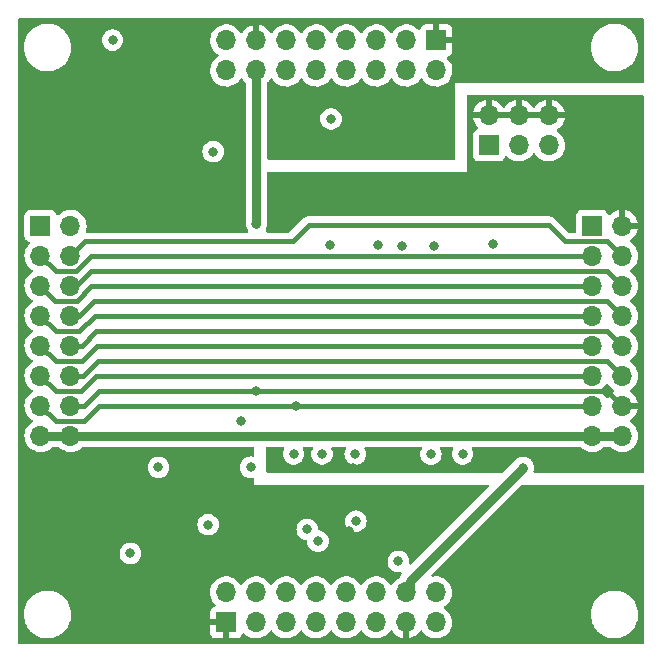
<source format=gbr>
%TF.GenerationSoftware,KiCad,Pcbnew,6.0.11+dfsg-1~bpo11+1*%
%TF.CreationDate,2023-04-06T12:14:25+02:00*%
%TF.ProjectId,avert_10,61766572-745f-4313-902e-6b696361645f,1.0*%
%TF.SameCoordinates,Original*%
%TF.FileFunction,Copper,L2,Inr*%
%TF.FilePolarity,Positive*%
%FSLAX46Y46*%
G04 Gerber Fmt 4.6, Leading zero omitted, Abs format (unit mm)*
G04 Created by KiCad (PCBNEW 6.0.11+dfsg-1~bpo11+1) date 2023-04-06 12:14:25*
%MOMM*%
%LPD*%
G01*
G04 APERTURE LIST*
%TA.AperFunction,ComponentPad*%
%ADD10R,1.700000X1.700000*%
%TD*%
%TA.AperFunction,ComponentPad*%
%ADD11O,1.700000X1.700000*%
%TD*%
%TA.AperFunction,ViaPad*%
%ADD12C,0.800000*%
%TD*%
%TA.AperFunction,Conductor*%
%ADD13C,0.800000*%
%TD*%
%TA.AperFunction,Conductor*%
%ADD14C,0.400000*%
%TD*%
G04 APERTURE END LIST*
D10*
%TO.N,GNDD*%
%TO.C,J2*%
X134125000Y-123175000D03*
D11*
%TO.N,/SC4*%
X134125000Y-120635000D03*
%TO.N,/SD4*%
X136665000Y-123175000D03*
%TO.N,/SC5*%
X136665000Y-120635000D03*
%TO.N,/SD5*%
X139205000Y-123175000D03*
%TO.N,unconnected-(J2-Pad6)*%
X139205000Y-120635000D03*
%TO.N,unconnected-(J2-Pad7)*%
X141745000Y-123175000D03*
%TO.N,unconnected-(J2-Pad8)*%
X141745000Y-120635000D03*
%TO.N,unconnected-(J2-Pad9)*%
X144285000Y-123175000D03*
%TO.N,+5V*%
X144285000Y-120635000D03*
%TO.N,-12V*%
X146825000Y-123175000D03*
%TO.N,+12V*%
X146825000Y-120635000D03*
%TO.N,GNDD*%
X149365000Y-123175000D03*
%TO.N,Earth*%
X149365000Y-120635000D03*
%TO.N,+VSW*%
X151905000Y-123175000D03*
X151905000Y-120635000D03*
%TD*%
D10*
%TO.N,Net-(J5-Pad1)*%
%TO.C,J5*%
X156375000Y-82785000D03*
D11*
%TO.N,GND*%
X156375000Y-80245000D03*
%TO.N,Net-(J5-Pad3)*%
X158915000Y-82785000D03*
%TO.N,GND*%
X158915000Y-80245000D03*
%TO.N,Net-(J5-Pad5)*%
X161455000Y-82785000D03*
%TO.N,GND*%
X161455000Y-80245000D03*
%TD*%
D10*
%TO.N,+3V3*%
%TO.C,J3*%
X165100000Y-89600000D03*
D11*
%TO.N,GND*%
X167640000Y-89600000D03*
%TO.N,/TXD*%
X165100000Y-92140000D03*
%TO.N,/RXD*%
X167640000Y-92140000D03*
%TO.N,/SCL*%
X165100000Y-94680000D03*
%TO.N,/SDA*%
X167640000Y-94680000D03*
%TO.N,/MISO*%
X165100000Y-97220000D03*
%TO.N,/MOSI*%
X167640000Y-97220000D03*
%TO.N,/SCK*%
X165100000Y-99760000D03*
%TO.N,/SSEL1*%
X167640000Y-99760000D03*
%TO.N,/SSEL2*%
X165100000Y-102300000D03*
%TO.N,/SSEL3*%
X167640000Y-102300000D03*
%TO.N,Earth*%
X165100000Y-104840000D03*
%TO.N,GND*%
X167640000Y-104840000D03*
%TO.N,+24V*%
X165100000Y-107380000D03*
X167640000Y-107380000D03*
%TD*%
D10*
%TO.N,GNDD*%
%TO.C,J1*%
X151920000Y-73900000D03*
D11*
%TO.N,/SC0*%
X151920000Y-76440000D03*
%TO.N,/SD0*%
X149380000Y-73900000D03*
%TO.N,/SC1*%
X149380000Y-76440000D03*
%TO.N,/SD1*%
X146840000Y-73900000D03*
%TO.N,unconnected-(J1-Pad6)*%
X146840000Y-76440000D03*
%TO.N,unconnected-(J1-Pad7)*%
X144300000Y-73900000D03*
%TO.N,unconnected-(J1-Pad8)*%
X144300000Y-76440000D03*
%TO.N,unconnected-(J1-Pad9)*%
X141760000Y-73900000D03*
%TO.N,+5V*%
X141760000Y-76440000D03*
%TO.N,-12V*%
X139220000Y-73900000D03*
%TO.N,+12V*%
X139220000Y-76440000D03*
%TO.N,GNDD*%
X136680000Y-73900000D03*
%TO.N,Earth*%
X136680000Y-76440000D03*
%TO.N,+VSW*%
X134140000Y-73900000D03*
X134140000Y-76440000D03*
%TD*%
D10*
%TO.N,+3V3*%
%TO.C,J4*%
X118400000Y-89600000D03*
D11*
%TO.N,GND*%
X120940000Y-89600000D03*
%TO.N,/TXD*%
X118400000Y-92140000D03*
%TO.N,/RXD*%
X120940000Y-92140000D03*
%TO.N,/SCL*%
X118400000Y-94680000D03*
%TO.N,/SDA*%
X120940000Y-94680000D03*
%TO.N,/MISO*%
X118400000Y-97220000D03*
%TO.N,/MOSI*%
X120940000Y-97220000D03*
%TO.N,/SCK*%
X118400000Y-99760000D03*
%TO.N,/SSEL1*%
X120940000Y-99760000D03*
%TO.N,/SSEL2*%
X118400000Y-102300000D03*
%TO.N,/SSEL3*%
X120940000Y-102300000D03*
%TO.N,Earth*%
X118400000Y-104840000D03*
%TO.N,GND*%
X120940000Y-104840000D03*
%TO.N,+24V*%
X118400000Y-107380000D03*
X120940000Y-107380000D03*
%TD*%
D12*
%TO.N,GND*%
X144370000Y-86710000D03*
X150880000Y-85590000D03*
X144840000Y-110100000D03*
X136660000Y-103590000D03*
X136195000Y-110035000D03*
%TO.N,+5V*%
X143000000Y-80540000D03*
X132590000Y-114900000D03*
%TO.N,GNDD*%
X144270000Y-79440000D03*
X129300000Y-84490000D03*
X137910000Y-114400000D03*
X144490000Y-115470000D03*
X134930000Y-79790000D03*
X132310000Y-79380000D03*
X128990000Y-79280000D03*
%TO.N,+3V3*%
X145050000Y-108930000D03*
X139830000Y-108910000D03*
X154140000Y-108910000D03*
X151460000Y-108920000D03*
X142240000Y-108910000D03*
%TO.N,+12V*%
X133020000Y-83320000D03*
X126010000Y-117330000D03*
X135370000Y-106080000D03*
%TO.N,-12V*%
X128390000Y-110040000D03*
%TO.N,+VSW*%
X124500000Y-73870000D03*
%TO.N,/SC5*%
X140975500Y-115300000D03*
X145100000Y-114600000D03*
%TO.N,/SD5*%
X148700000Y-118000000D03*
X141900000Y-116300000D03*
%TO.N,Earth*%
X159280000Y-110060000D03*
X140000000Y-104840000D03*
X136680000Y-89440000D03*
%TO.N,Net-(J5-Pad1)*%
X156700000Y-91170000D03*
%TO.N,Net-(R11-Pad1)*%
X151710000Y-91320000D03*
X149040000Y-91290000D03*
%TO.N,Net-(R12-Pad1)*%
X142940000Y-91250000D03*
X147000000Y-91250000D03*
%TD*%
D13*
%TO.N,+24V*%
X120940000Y-107380000D02*
X165100000Y-107380000D01*
X167640000Y-107380000D02*
X165100000Y-107380000D01*
X118400000Y-107380000D02*
X120940000Y-107380000D01*
D14*
%TO.N,GND*%
X167640000Y-104840000D02*
X166390000Y-103590000D01*
X166390000Y-103590000D02*
X136660000Y-103590000D01*
X136660000Y-103590000D02*
X123360000Y-103590000D01*
X122110000Y-104840000D02*
X120940000Y-104840000D01*
X123360000Y-103590000D02*
X122110000Y-104840000D01*
%TO.N,/TXD*%
X121417767Y-93430000D02*
X122707767Y-92140000D01*
X119690000Y-93430000D02*
X121417767Y-93430000D01*
X122707767Y-92140000D02*
X165100000Y-92140000D01*
X118400000Y-92140000D02*
X119690000Y-93430000D01*
%TO.N,/RXD*%
X122190000Y-90890000D02*
X139740000Y-90890000D01*
X141130000Y-89500000D02*
X161420000Y-89500000D01*
X120940000Y-92140000D02*
X122190000Y-90890000D01*
X166390000Y-90890000D02*
X167640000Y-92140000D01*
X161420000Y-89500000D02*
X162810000Y-90890000D01*
X162810000Y-90890000D02*
X166390000Y-90890000D01*
X139740000Y-90890000D02*
X141130000Y-89500000D01*
%TO.N,/SCL*%
X118400000Y-94680000D02*
X119650000Y-95930000D01*
X122707767Y-94680000D02*
X121457767Y-95930000D01*
X124560000Y-94680000D02*
X165100000Y-94680000D01*
X119650000Y-95930000D02*
X121457767Y-95930000D01*
X124560000Y-94680000D02*
X122707767Y-94680000D01*
%TO.N,/SDA*%
X166390000Y-93430000D02*
X167640000Y-94680000D01*
X121410000Y-94680000D02*
X122660000Y-93430000D01*
X120940000Y-94680000D02*
X121410000Y-94680000D01*
X122660000Y-93430000D02*
X166390000Y-93430000D01*
%TO.N,/MISO*%
X165100000Y-97220000D02*
X122980000Y-97220000D01*
X121690000Y-98510000D02*
X119690000Y-98510000D01*
X122980000Y-97220000D02*
X121690000Y-98510000D01*
X119690000Y-98510000D02*
X118400000Y-97220000D01*
%TO.N,/MOSI*%
X120940000Y-97220000D02*
X121690000Y-97220000D01*
X122940000Y-95970000D02*
X166390000Y-95970000D01*
X166390000Y-95970000D02*
X167640000Y-97220000D01*
X121690000Y-97220000D02*
X122940000Y-95970000D01*
%TO.N,/SCK*%
X121930000Y-101050000D02*
X119690000Y-101050000D01*
X123220000Y-99760000D02*
X121930000Y-101050000D01*
X119690000Y-101050000D02*
X118400000Y-99760000D01*
X165100000Y-99760000D02*
X123220000Y-99760000D01*
%TO.N,/SSEL1*%
X166390000Y-98510000D02*
X123140000Y-98510000D01*
X167640000Y-99760000D02*
X166390000Y-98510000D01*
X121890000Y-99760000D02*
X120940000Y-99760000D01*
X123140000Y-98510000D02*
X121890000Y-99760000D01*
%TO.N,/SSEL2*%
X123090000Y-102300000D02*
X121800000Y-103590000D01*
X165100000Y-102300000D02*
X123090000Y-102300000D01*
X119690000Y-103590000D02*
X118400000Y-102300000D01*
X121800000Y-103590000D02*
X119690000Y-103590000D01*
%TO.N,/SSEL3*%
X166390000Y-101050000D02*
X167640000Y-102300000D01*
X122000000Y-102300000D02*
X123250000Y-101050000D01*
X120940000Y-102300000D02*
X122000000Y-102300000D01*
X123250000Y-101050000D02*
X166390000Y-101050000D01*
D13*
%TO.N,Earth*%
X136680000Y-76440000D02*
X136680000Y-89440000D01*
D14*
X140000000Y-104840000D02*
X123370000Y-104840000D01*
D13*
X149700000Y-119640000D02*
X159280000Y-110060000D01*
D14*
X119690000Y-106130000D02*
X118400000Y-104840000D01*
D13*
X149700000Y-120300000D02*
X149700000Y-119640000D01*
X149365000Y-120635000D02*
X149700000Y-120300000D01*
D14*
X122080000Y-106130000D02*
X119690000Y-106130000D01*
X123370000Y-104840000D02*
X122080000Y-106130000D01*
X165100000Y-104840000D02*
X140000000Y-104840000D01*
%TD*%
%TA.AperFunction,Conductor*%
%TO.N,GNDD*%
G36*
X169433621Y-72028502D02*
G01*
X169480114Y-72082158D01*
X169491500Y-72134500D01*
X169491500Y-77374000D01*
X169471498Y-77442121D01*
X169417842Y-77488614D01*
X169365500Y-77500000D01*
X153500000Y-77500000D01*
X153500000Y-83874000D01*
X153479998Y-83942121D01*
X153426342Y-83988614D01*
X153374000Y-84000000D01*
X137714500Y-84000000D01*
X137646379Y-83979998D01*
X137599886Y-83926342D01*
X137588500Y-83874000D01*
X137588500Y-80540000D01*
X142086496Y-80540000D01*
X142106458Y-80729928D01*
X142165473Y-80911556D01*
X142260960Y-81076944D01*
X142388747Y-81218866D01*
X142543248Y-81331118D01*
X142549276Y-81333802D01*
X142549278Y-81333803D01*
X142711681Y-81406109D01*
X142717712Y-81408794D01*
X142801012Y-81426500D01*
X142898056Y-81447128D01*
X142898061Y-81447128D01*
X142904513Y-81448500D01*
X143095487Y-81448500D01*
X143101939Y-81447128D01*
X143101944Y-81447128D01*
X143198988Y-81426500D01*
X143282288Y-81408794D01*
X143288319Y-81406109D01*
X143450722Y-81333803D01*
X143450724Y-81333802D01*
X143456752Y-81331118D01*
X143611253Y-81218866D01*
X143739040Y-81076944D01*
X143834527Y-80911556D01*
X143893542Y-80729928D01*
X143913504Y-80540000D01*
X143893542Y-80350072D01*
X143834527Y-80168444D01*
X143739040Y-80003056D01*
X143611253Y-79861134D01*
X143456752Y-79748882D01*
X143450724Y-79746198D01*
X143450722Y-79746197D01*
X143288319Y-79673891D01*
X143288318Y-79673891D01*
X143282288Y-79671206D01*
X143188887Y-79651353D01*
X143101944Y-79632872D01*
X143101939Y-79632872D01*
X143095487Y-79631500D01*
X142904513Y-79631500D01*
X142898061Y-79632872D01*
X142898056Y-79632872D01*
X142811113Y-79651353D01*
X142717712Y-79671206D01*
X142711682Y-79673891D01*
X142711681Y-79673891D01*
X142549278Y-79746197D01*
X142549276Y-79746198D01*
X142543248Y-79748882D01*
X142388747Y-79861134D01*
X142260960Y-80003056D01*
X142165473Y-80168444D01*
X142106458Y-80350072D01*
X142086496Y-80540000D01*
X137588500Y-80540000D01*
X137588500Y-77504953D01*
X137608502Y-77436832D01*
X137625560Y-77415702D01*
X137714435Y-77327137D01*
X137718096Y-77323489D01*
X137777594Y-77240689D01*
X137848453Y-77142077D01*
X137849776Y-77143028D01*
X137896645Y-77099857D01*
X137966580Y-77087625D01*
X138032026Y-77115144D01*
X138059875Y-77146994D01*
X138119987Y-77245088D01*
X138266250Y-77413938D01*
X138438126Y-77556632D01*
X138631000Y-77669338D01*
X138839692Y-77749030D01*
X138844760Y-77750061D01*
X138844763Y-77750062D01*
X138952017Y-77771883D01*
X139058597Y-77793567D01*
X139063772Y-77793757D01*
X139063774Y-77793757D01*
X139276673Y-77801564D01*
X139276677Y-77801564D01*
X139281837Y-77801753D01*
X139286957Y-77801097D01*
X139286959Y-77801097D01*
X139498288Y-77774025D01*
X139498289Y-77774025D01*
X139503416Y-77773368D01*
X139508366Y-77771883D01*
X139712429Y-77710661D01*
X139712434Y-77710659D01*
X139717384Y-77709174D01*
X139917994Y-77610896D01*
X140099860Y-77481173D01*
X140258096Y-77323489D01*
X140317594Y-77240689D01*
X140388453Y-77142077D01*
X140389776Y-77143028D01*
X140436645Y-77099857D01*
X140506580Y-77087625D01*
X140572026Y-77115144D01*
X140599875Y-77146994D01*
X140659987Y-77245088D01*
X140806250Y-77413938D01*
X140978126Y-77556632D01*
X141171000Y-77669338D01*
X141379692Y-77749030D01*
X141384760Y-77750061D01*
X141384763Y-77750062D01*
X141492017Y-77771883D01*
X141598597Y-77793567D01*
X141603772Y-77793757D01*
X141603774Y-77793757D01*
X141816673Y-77801564D01*
X141816677Y-77801564D01*
X141821837Y-77801753D01*
X141826957Y-77801097D01*
X141826959Y-77801097D01*
X142038288Y-77774025D01*
X142038289Y-77774025D01*
X142043416Y-77773368D01*
X142048366Y-77771883D01*
X142252429Y-77710661D01*
X142252434Y-77710659D01*
X142257384Y-77709174D01*
X142457994Y-77610896D01*
X142639860Y-77481173D01*
X142798096Y-77323489D01*
X142857594Y-77240689D01*
X142928453Y-77142077D01*
X142929776Y-77143028D01*
X142976645Y-77099857D01*
X143046580Y-77087625D01*
X143112026Y-77115144D01*
X143139875Y-77146994D01*
X143199987Y-77245088D01*
X143346250Y-77413938D01*
X143518126Y-77556632D01*
X143711000Y-77669338D01*
X143919692Y-77749030D01*
X143924760Y-77750061D01*
X143924763Y-77750062D01*
X144032017Y-77771883D01*
X144138597Y-77793567D01*
X144143772Y-77793757D01*
X144143774Y-77793757D01*
X144356673Y-77801564D01*
X144356677Y-77801564D01*
X144361837Y-77801753D01*
X144366957Y-77801097D01*
X144366959Y-77801097D01*
X144578288Y-77774025D01*
X144578289Y-77774025D01*
X144583416Y-77773368D01*
X144588366Y-77771883D01*
X144792429Y-77710661D01*
X144792434Y-77710659D01*
X144797384Y-77709174D01*
X144997994Y-77610896D01*
X145179860Y-77481173D01*
X145338096Y-77323489D01*
X145397594Y-77240689D01*
X145468453Y-77142077D01*
X145469776Y-77143028D01*
X145516645Y-77099857D01*
X145586580Y-77087625D01*
X145652026Y-77115144D01*
X145679875Y-77146994D01*
X145739987Y-77245088D01*
X145886250Y-77413938D01*
X146058126Y-77556632D01*
X146251000Y-77669338D01*
X146459692Y-77749030D01*
X146464760Y-77750061D01*
X146464763Y-77750062D01*
X146572017Y-77771883D01*
X146678597Y-77793567D01*
X146683772Y-77793757D01*
X146683774Y-77793757D01*
X146896673Y-77801564D01*
X146896677Y-77801564D01*
X146901837Y-77801753D01*
X146906957Y-77801097D01*
X146906959Y-77801097D01*
X147118288Y-77774025D01*
X147118289Y-77774025D01*
X147123416Y-77773368D01*
X147128366Y-77771883D01*
X147332429Y-77710661D01*
X147332434Y-77710659D01*
X147337384Y-77709174D01*
X147537994Y-77610896D01*
X147719860Y-77481173D01*
X147878096Y-77323489D01*
X147937594Y-77240689D01*
X148008453Y-77142077D01*
X148009776Y-77143028D01*
X148056645Y-77099857D01*
X148126580Y-77087625D01*
X148192026Y-77115144D01*
X148219875Y-77146994D01*
X148279987Y-77245088D01*
X148426250Y-77413938D01*
X148598126Y-77556632D01*
X148791000Y-77669338D01*
X148999692Y-77749030D01*
X149004760Y-77750061D01*
X149004763Y-77750062D01*
X149112017Y-77771883D01*
X149218597Y-77793567D01*
X149223772Y-77793757D01*
X149223774Y-77793757D01*
X149436673Y-77801564D01*
X149436677Y-77801564D01*
X149441837Y-77801753D01*
X149446957Y-77801097D01*
X149446959Y-77801097D01*
X149658288Y-77774025D01*
X149658289Y-77774025D01*
X149663416Y-77773368D01*
X149668366Y-77771883D01*
X149872429Y-77710661D01*
X149872434Y-77710659D01*
X149877384Y-77709174D01*
X150077994Y-77610896D01*
X150259860Y-77481173D01*
X150418096Y-77323489D01*
X150477594Y-77240689D01*
X150548453Y-77142077D01*
X150549776Y-77143028D01*
X150596645Y-77099857D01*
X150666580Y-77087625D01*
X150732026Y-77115144D01*
X150759875Y-77146994D01*
X150819987Y-77245088D01*
X150966250Y-77413938D01*
X151138126Y-77556632D01*
X151331000Y-77669338D01*
X151539692Y-77749030D01*
X151544760Y-77750061D01*
X151544763Y-77750062D01*
X151652017Y-77771883D01*
X151758597Y-77793567D01*
X151763772Y-77793757D01*
X151763774Y-77793757D01*
X151976673Y-77801564D01*
X151976677Y-77801564D01*
X151981837Y-77801753D01*
X151986957Y-77801097D01*
X151986959Y-77801097D01*
X152198288Y-77774025D01*
X152198289Y-77774025D01*
X152203416Y-77773368D01*
X152208366Y-77771883D01*
X152412429Y-77710661D01*
X152412434Y-77710659D01*
X152417384Y-77709174D01*
X152617994Y-77610896D01*
X152799860Y-77481173D01*
X152958096Y-77323489D01*
X153017594Y-77240689D01*
X153085435Y-77146277D01*
X153088453Y-77142077D01*
X153109320Y-77099857D01*
X153185136Y-76946453D01*
X153185137Y-76946451D01*
X153187430Y-76941811D01*
X153252370Y-76728069D01*
X153281529Y-76506590D01*
X153282266Y-76476445D01*
X153283074Y-76443365D01*
X153283074Y-76443361D01*
X153283156Y-76440000D01*
X153264852Y-76217361D01*
X153210431Y-76000702D01*
X153121354Y-75795840D01*
X153000014Y-75608277D01*
X152996538Y-75604457D01*
X152996533Y-75604450D01*
X152852435Y-75446088D01*
X152821383Y-75382242D01*
X152829779Y-75311744D01*
X152874956Y-75256976D01*
X152901400Y-75243307D01*
X153008052Y-75203325D01*
X153023649Y-75194786D01*
X153125724Y-75118285D01*
X153138285Y-75105724D01*
X153214786Y-75003649D01*
X153223324Y-74988054D01*
X153268478Y-74867606D01*
X153272105Y-74852351D01*
X153277631Y-74801486D01*
X153278000Y-74794672D01*
X153278000Y-74478918D01*
X164986917Y-74478918D01*
X164987334Y-74486156D01*
X165002682Y-74752320D01*
X165055405Y-75021053D01*
X165056792Y-75025103D01*
X165056793Y-75025108D01*
X165142723Y-75276088D01*
X165144112Y-75280144D01*
X165173238Y-75338054D01*
X165242837Y-75476437D01*
X165267160Y-75524799D01*
X165269586Y-75528328D01*
X165269589Y-75528334D01*
X165324533Y-75608277D01*
X165422274Y-75750490D01*
X165606582Y-75953043D01*
X165816675Y-76128707D01*
X165820316Y-76130991D01*
X166045024Y-76271951D01*
X166045028Y-76271953D01*
X166048664Y-76274234D01*
X166116544Y-76304883D01*
X166294345Y-76385164D01*
X166294349Y-76385166D01*
X166298257Y-76386930D01*
X166302377Y-76388150D01*
X166302376Y-76388150D01*
X166556723Y-76463491D01*
X166556727Y-76463492D01*
X166560836Y-76464709D01*
X166565070Y-76465357D01*
X166565075Y-76465358D01*
X166827298Y-76505483D01*
X166827300Y-76505483D01*
X166831540Y-76506132D01*
X166970912Y-76508322D01*
X167101071Y-76510367D01*
X167101077Y-76510367D01*
X167105362Y-76510434D01*
X167377235Y-76477534D01*
X167642127Y-76408041D01*
X167646087Y-76406401D01*
X167646092Y-76406399D01*
X167768631Y-76355641D01*
X167895136Y-76303241D01*
X168131582Y-76165073D01*
X168347089Y-75996094D01*
X168373050Y-75969305D01*
X168534686Y-75802509D01*
X168537669Y-75799431D01*
X168540202Y-75795983D01*
X168540206Y-75795978D01*
X168697257Y-75582178D01*
X168699795Y-75578723D01*
X168727154Y-75528334D01*
X168828418Y-75341830D01*
X168828419Y-75341828D01*
X168830468Y-75338054D01*
X168915148Y-75113955D01*
X168925751Y-75085895D01*
X168925752Y-75085891D01*
X168927269Y-75081877D01*
X168968173Y-74903279D01*
X168987449Y-74819117D01*
X168987450Y-74819113D01*
X168988407Y-74814933D01*
X168989365Y-74804205D01*
X169012531Y-74544627D01*
X169012531Y-74544625D01*
X169012751Y-74542161D01*
X169013193Y-74500000D01*
X169006849Y-74406944D01*
X168994859Y-74231055D01*
X168994858Y-74231049D01*
X168994567Y-74226778D01*
X168939032Y-73958612D01*
X168847617Y-73700465D01*
X168722013Y-73457112D01*
X168712040Y-73442921D01*
X168580557Y-73255840D01*
X168564545Y-73233057D01*
X168494466Y-73157643D01*
X168381046Y-73035588D01*
X168381043Y-73035585D01*
X168378125Y-73032445D01*
X168374810Y-73029731D01*
X168374806Y-73029728D01*
X168216572Y-72900215D01*
X168166205Y-72858990D01*
X168001847Y-72758272D01*
X167936366Y-72718145D01*
X167936365Y-72718145D01*
X167932704Y-72715901D01*
X167928768Y-72714173D01*
X167685873Y-72607549D01*
X167685869Y-72607548D01*
X167681945Y-72605825D01*
X167418566Y-72530800D01*
X167414324Y-72530196D01*
X167414318Y-72530195D01*
X167213834Y-72501662D01*
X167147443Y-72492213D01*
X167003589Y-72491460D01*
X166877877Y-72490802D01*
X166877871Y-72490802D01*
X166873591Y-72490780D01*
X166869347Y-72491339D01*
X166869343Y-72491339D01*
X166750302Y-72507011D01*
X166602078Y-72526525D01*
X166597938Y-72527658D01*
X166597936Y-72527658D01*
X166542473Y-72542831D01*
X166337928Y-72598788D01*
X166333980Y-72600472D01*
X166089982Y-72704546D01*
X166089978Y-72704548D01*
X166086030Y-72706232D01*
X165992679Y-72762101D01*
X165854725Y-72844664D01*
X165854721Y-72844667D01*
X165851043Y-72846868D01*
X165637318Y-73018094D01*
X165525964Y-73135436D01*
X165468449Y-73196045D01*
X165448808Y-73216742D01*
X165289002Y-73439136D01*
X165160857Y-73681161D01*
X165159385Y-73685184D01*
X165159383Y-73685188D01*
X165080772Y-73900000D01*
X165066743Y-73938337D01*
X165008404Y-74205907D01*
X164986917Y-74478918D01*
X153278000Y-74478918D01*
X153278000Y-74172115D01*
X153273525Y-74156876D01*
X153272135Y-74155671D01*
X153264452Y-74154000D01*
X151792000Y-74154000D01*
X151723879Y-74133998D01*
X151677386Y-74080342D01*
X151666000Y-74028000D01*
X151666000Y-73627885D01*
X152174000Y-73627885D01*
X152178475Y-73643124D01*
X152179865Y-73644329D01*
X152187548Y-73646000D01*
X153259884Y-73646000D01*
X153275123Y-73641525D01*
X153276328Y-73640135D01*
X153277999Y-73632452D01*
X153277999Y-73005331D01*
X153277629Y-72998510D01*
X153272105Y-72947648D01*
X153268479Y-72932396D01*
X153223324Y-72811946D01*
X153214786Y-72796351D01*
X153138285Y-72694276D01*
X153125724Y-72681715D01*
X153023649Y-72605214D01*
X153008054Y-72596676D01*
X152887606Y-72551522D01*
X152872351Y-72547895D01*
X152821486Y-72542369D01*
X152814672Y-72542000D01*
X152192115Y-72542000D01*
X152176876Y-72546475D01*
X152175671Y-72547865D01*
X152174000Y-72555548D01*
X152174000Y-73627885D01*
X151666000Y-73627885D01*
X151666000Y-72560116D01*
X151661525Y-72544877D01*
X151660135Y-72543672D01*
X151652452Y-72542001D01*
X151025331Y-72542001D01*
X151018510Y-72542371D01*
X150967648Y-72547895D01*
X150952396Y-72551521D01*
X150831946Y-72596676D01*
X150816351Y-72605214D01*
X150714276Y-72681715D01*
X150701715Y-72694276D01*
X150625214Y-72796351D01*
X150616676Y-72811946D01*
X150575297Y-72922322D01*
X150532655Y-72979087D01*
X150466093Y-73003786D01*
X150396744Y-72988578D01*
X150364121Y-72962891D01*
X150313151Y-72906876D01*
X150313145Y-72906870D01*
X150309670Y-72903051D01*
X150305619Y-72899852D01*
X150305615Y-72899848D01*
X150138414Y-72767800D01*
X150138410Y-72767798D01*
X150134359Y-72764598D01*
X150098028Y-72744542D01*
X150043014Y-72714173D01*
X149938789Y-72656638D01*
X149933920Y-72654914D01*
X149933916Y-72654912D01*
X149733087Y-72583795D01*
X149733083Y-72583794D01*
X149728212Y-72582069D01*
X149723119Y-72581162D01*
X149723116Y-72581161D01*
X149513373Y-72543800D01*
X149513367Y-72543799D01*
X149508284Y-72542894D01*
X149434452Y-72541992D01*
X149290081Y-72540228D01*
X149290079Y-72540228D01*
X149284911Y-72540165D01*
X149064091Y-72573955D01*
X148851756Y-72643357D01*
X148653607Y-72746507D01*
X148649474Y-72749610D01*
X148649471Y-72749612D01*
X148503793Y-72858990D01*
X148474965Y-72880635D01*
X148449541Y-72907240D01*
X148359745Y-73001206D01*
X148320629Y-73042138D01*
X148213201Y-73199621D01*
X148158293Y-73244621D01*
X148087768Y-73252792D01*
X148024021Y-73221538D01*
X148003324Y-73197054D01*
X147922822Y-73072617D01*
X147922820Y-73072614D01*
X147920014Y-73068277D01*
X147769670Y-72903051D01*
X147765619Y-72899852D01*
X147765615Y-72899848D01*
X147598414Y-72767800D01*
X147598410Y-72767798D01*
X147594359Y-72764598D01*
X147558028Y-72744542D01*
X147503014Y-72714173D01*
X147398789Y-72656638D01*
X147393920Y-72654914D01*
X147393916Y-72654912D01*
X147193087Y-72583795D01*
X147193083Y-72583794D01*
X147188212Y-72582069D01*
X147183119Y-72581162D01*
X147183116Y-72581161D01*
X146973373Y-72543800D01*
X146973367Y-72543799D01*
X146968284Y-72542894D01*
X146894452Y-72541992D01*
X146750081Y-72540228D01*
X146750079Y-72540228D01*
X146744911Y-72540165D01*
X146524091Y-72573955D01*
X146311756Y-72643357D01*
X146113607Y-72746507D01*
X146109474Y-72749610D01*
X146109471Y-72749612D01*
X145963793Y-72858990D01*
X145934965Y-72880635D01*
X145909541Y-72907240D01*
X145819745Y-73001206D01*
X145780629Y-73042138D01*
X145673201Y-73199621D01*
X145618293Y-73244621D01*
X145547768Y-73252792D01*
X145484021Y-73221538D01*
X145463324Y-73197054D01*
X145382822Y-73072617D01*
X145382820Y-73072614D01*
X145380014Y-73068277D01*
X145229670Y-72903051D01*
X145225619Y-72899852D01*
X145225615Y-72899848D01*
X145058414Y-72767800D01*
X145058410Y-72767798D01*
X145054359Y-72764598D01*
X145018028Y-72744542D01*
X144963014Y-72714173D01*
X144858789Y-72656638D01*
X144853920Y-72654914D01*
X144853916Y-72654912D01*
X144653087Y-72583795D01*
X144653083Y-72583794D01*
X144648212Y-72582069D01*
X144643119Y-72581162D01*
X144643116Y-72581161D01*
X144433373Y-72543800D01*
X144433367Y-72543799D01*
X144428284Y-72542894D01*
X144354452Y-72541992D01*
X144210081Y-72540228D01*
X144210079Y-72540228D01*
X144204911Y-72540165D01*
X143984091Y-72573955D01*
X143771756Y-72643357D01*
X143573607Y-72746507D01*
X143569474Y-72749610D01*
X143569471Y-72749612D01*
X143423793Y-72858990D01*
X143394965Y-72880635D01*
X143369541Y-72907240D01*
X143279745Y-73001206D01*
X143240629Y-73042138D01*
X143133201Y-73199621D01*
X143078293Y-73244621D01*
X143007768Y-73252792D01*
X142944021Y-73221538D01*
X142923324Y-73197054D01*
X142842822Y-73072617D01*
X142842820Y-73072614D01*
X142840014Y-73068277D01*
X142689670Y-72903051D01*
X142685619Y-72899852D01*
X142685615Y-72899848D01*
X142518414Y-72767800D01*
X142518410Y-72767798D01*
X142514359Y-72764598D01*
X142478028Y-72744542D01*
X142423014Y-72714173D01*
X142318789Y-72656638D01*
X142313920Y-72654914D01*
X142313916Y-72654912D01*
X142113087Y-72583795D01*
X142113083Y-72583794D01*
X142108212Y-72582069D01*
X142103119Y-72581162D01*
X142103116Y-72581161D01*
X141893373Y-72543800D01*
X141893367Y-72543799D01*
X141888284Y-72542894D01*
X141814452Y-72541992D01*
X141670081Y-72540228D01*
X141670079Y-72540228D01*
X141664911Y-72540165D01*
X141444091Y-72573955D01*
X141231756Y-72643357D01*
X141033607Y-72746507D01*
X141029474Y-72749610D01*
X141029471Y-72749612D01*
X140883793Y-72858990D01*
X140854965Y-72880635D01*
X140829541Y-72907240D01*
X140739745Y-73001206D01*
X140700629Y-73042138D01*
X140593201Y-73199621D01*
X140538293Y-73244621D01*
X140467768Y-73252792D01*
X140404021Y-73221538D01*
X140383324Y-73197054D01*
X140302822Y-73072617D01*
X140302820Y-73072614D01*
X140300014Y-73068277D01*
X140149670Y-72903051D01*
X140145619Y-72899852D01*
X140145615Y-72899848D01*
X139978414Y-72767800D01*
X139978410Y-72767798D01*
X139974359Y-72764598D01*
X139938028Y-72744542D01*
X139883014Y-72714173D01*
X139778789Y-72656638D01*
X139773920Y-72654914D01*
X139773916Y-72654912D01*
X139573087Y-72583795D01*
X139573083Y-72583794D01*
X139568212Y-72582069D01*
X139563119Y-72581162D01*
X139563116Y-72581161D01*
X139353373Y-72543800D01*
X139353367Y-72543799D01*
X139348284Y-72542894D01*
X139274452Y-72541992D01*
X139130081Y-72540228D01*
X139130079Y-72540228D01*
X139124911Y-72540165D01*
X138904091Y-72573955D01*
X138691756Y-72643357D01*
X138493607Y-72746507D01*
X138489474Y-72749610D01*
X138489471Y-72749612D01*
X138343793Y-72858990D01*
X138314965Y-72880635D01*
X138289541Y-72907240D01*
X138199745Y-73001206D01*
X138160629Y-73042138D01*
X138157720Y-73046403D01*
X138157714Y-73046411D01*
X138106153Y-73121997D01*
X138053204Y-73199618D01*
X138052898Y-73200066D01*
X137997987Y-73245069D01*
X137927462Y-73253240D01*
X137863715Y-73221986D01*
X137843018Y-73197502D01*
X137762426Y-73072926D01*
X137756136Y-73064757D01*
X137612806Y-72907240D01*
X137605273Y-72900215D01*
X137438139Y-72768222D01*
X137429552Y-72762517D01*
X137243117Y-72659599D01*
X137233705Y-72655369D01*
X137032959Y-72584280D01*
X137022988Y-72581646D01*
X136951837Y-72568972D01*
X136938540Y-72570432D01*
X136934000Y-72584989D01*
X136934000Y-74028000D01*
X136913998Y-74096121D01*
X136860342Y-74142614D01*
X136808000Y-74154000D01*
X136552000Y-74154000D01*
X136483879Y-74133998D01*
X136437386Y-74080342D01*
X136426000Y-74028000D01*
X136426000Y-72583102D01*
X136422082Y-72569758D01*
X136407806Y-72567771D01*
X136369324Y-72573660D01*
X136359288Y-72576051D01*
X136156868Y-72642212D01*
X136147359Y-72646209D01*
X135958463Y-72744542D01*
X135949738Y-72750036D01*
X135779433Y-72877905D01*
X135771726Y-72884748D01*
X135624590Y-73038717D01*
X135618109Y-73046722D01*
X135513498Y-73200074D01*
X135458587Y-73245076D01*
X135388062Y-73253247D01*
X135324315Y-73221993D01*
X135303618Y-73197509D01*
X135222822Y-73072617D01*
X135222820Y-73072614D01*
X135220014Y-73068277D01*
X135069670Y-72903051D01*
X135065619Y-72899852D01*
X135065615Y-72899848D01*
X134898414Y-72767800D01*
X134898410Y-72767798D01*
X134894359Y-72764598D01*
X134858028Y-72744542D01*
X134803014Y-72714173D01*
X134698789Y-72656638D01*
X134693920Y-72654914D01*
X134693916Y-72654912D01*
X134493087Y-72583795D01*
X134493083Y-72583794D01*
X134488212Y-72582069D01*
X134483119Y-72581162D01*
X134483116Y-72581161D01*
X134273373Y-72543800D01*
X134273367Y-72543799D01*
X134268284Y-72542894D01*
X134194452Y-72541992D01*
X134050081Y-72540228D01*
X134050079Y-72540228D01*
X134044911Y-72540165D01*
X133824091Y-72573955D01*
X133611756Y-72643357D01*
X133413607Y-72746507D01*
X133409474Y-72749610D01*
X133409471Y-72749612D01*
X133263793Y-72858990D01*
X133234965Y-72880635D01*
X133209541Y-72907240D01*
X133119745Y-73001206D01*
X133080629Y-73042138D01*
X133077720Y-73046403D01*
X133077714Y-73046411D01*
X132992556Y-73171249D01*
X132954743Y-73226680D01*
X132860688Y-73429305D01*
X132800989Y-73644570D01*
X132777251Y-73866695D01*
X132777548Y-73871848D01*
X132777548Y-73871851D01*
X132789570Y-74080342D01*
X132790110Y-74089715D01*
X132791247Y-74094761D01*
X132791248Y-74094767D01*
X132808680Y-74172115D01*
X132839222Y-74307639D01*
X132923266Y-74514616D01*
X132974942Y-74598944D01*
X133037291Y-74700688D01*
X133039987Y-74705088D01*
X133186250Y-74873938D01*
X133358126Y-75016632D01*
X133365692Y-75021053D01*
X133431445Y-75059476D01*
X133480169Y-75111114D01*
X133493240Y-75180897D01*
X133466509Y-75246669D01*
X133426055Y-75280027D01*
X133413607Y-75286507D01*
X133409474Y-75289610D01*
X133409471Y-75289612D01*
X133239100Y-75417530D01*
X133234965Y-75420635D01*
X133080629Y-75582138D01*
X132954743Y-75766680D01*
X132939541Y-75799431D01*
X132868237Y-75953043D01*
X132860688Y-75969305D01*
X132800989Y-76184570D01*
X132777251Y-76406695D01*
X132777548Y-76411848D01*
X132777548Y-76411851D01*
X132783232Y-76510434D01*
X132790110Y-76629715D01*
X132791247Y-76634761D01*
X132791248Y-76634767D01*
X132811119Y-76722939D01*
X132839222Y-76847639D01*
X132923266Y-77054616D01*
X132974019Y-77137438D01*
X133037291Y-77240688D01*
X133039987Y-77245088D01*
X133186250Y-77413938D01*
X133358126Y-77556632D01*
X133551000Y-77669338D01*
X133759692Y-77749030D01*
X133764760Y-77750061D01*
X133764763Y-77750062D01*
X133872017Y-77771883D01*
X133978597Y-77793567D01*
X133983772Y-77793757D01*
X133983774Y-77793757D01*
X134196673Y-77801564D01*
X134196677Y-77801564D01*
X134201837Y-77801753D01*
X134206957Y-77801097D01*
X134206959Y-77801097D01*
X134418288Y-77774025D01*
X134418289Y-77774025D01*
X134423416Y-77773368D01*
X134428366Y-77771883D01*
X134632429Y-77710661D01*
X134632434Y-77710659D01*
X134637384Y-77709174D01*
X134837994Y-77610896D01*
X135019860Y-77481173D01*
X135178096Y-77323489D01*
X135237594Y-77240689D01*
X135308453Y-77142077D01*
X135309776Y-77143028D01*
X135356645Y-77099857D01*
X135426580Y-77087625D01*
X135492026Y-77115144D01*
X135519875Y-77146994D01*
X135579987Y-77245088D01*
X135583367Y-77248990D01*
X135722866Y-77410032D01*
X135722869Y-77410035D01*
X135726250Y-77413938D01*
X135730224Y-77417237D01*
X135733658Y-77420600D01*
X135768334Y-77482553D01*
X135771500Y-77510623D01*
X135771500Y-89385784D01*
X135770810Y-89398955D01*
X135766496Y-89440000D01*
X135786458Y-89629928D01*
X135845473Y-89811556D01*
X135848776Y-89817278D01*
X135848777Y-89817279D01*
X135937658Y-89971225D01*
X135940960Y-89976944D01*
X135945126Y-89981571D01*
X135968938Y-90048307D01*
X135952857Y-90117459D01*
X135901943Y-90166939D01*
X135843143Y-90181500D01*
X122353187Y-90181500D01*
X122285066Y-90161498D01*
X122238573Y-90107842D01*
X122228469Y-90037568D01*
X122232629Y-90018871D01*
X122245368Y-89976944D01*
X122272370Y-89888069D01*
X122301529Y-89666590D01*
X122301611Y-89663240D01*
X122303074Y-89603365D01*
X122303074Y-89603361D01*
X122303156Y-89600000D01*
X122284852Y-89377361D01*
X122230431Y-89160702D01*
X122141354Y-88955840D01*
X122050587Y-88815535D01*
X122022822Y-88772617D01*
X122022820Y-88772614D01*
X122020014Y-88768277D01*
X121869670Y-88603051D01*
X121865619Y-88599852D01*
X121865615Y-88599848D01*
X121698414Y-88467800D01*
X121698410Y-88467798D01*
X121694359Y-88464598D01*
X121498789Y-88356638D01*
X121493920Y-88354914D01*
X121493916Y-88354912D01*
X121293087Y-88283795D01*
X121293083Y-88283794D01*
X121288212Y-88282069D01*
X121283119Y-88281162D01*
X121283116Y-88281161D01*
X121073373Y-88243800D01*
X121073367Y-88243799D01*
X121068284Y-88242894D01*
X120994452Y-88241992D01*
X120850081Y-88240228D01*
X120850079Y-88240228D01*
X120844911Y-88240165D01*
X120624091Y-88273955D01*
X120411756Y-88343357D01*
X120213607Y-88446507D01*
X120209474Y-88449610D01*
X120209471Y-88449612D01*
X120039100Y-88577530D01*
X120034965Y-88580635D01*
X119978537Y-88639684D01*
X119954283Y-88665064D01*
X119892759Y-88700494D01*
X119821846Y-88697037D01*
X119764060Y-88655791D01*
X119745207Y-88622243D01*
X119703767Y-88511703D01*
X119700615Y-88503295D01*
X119613261Y-88386739D01*
X119496705Y-88299385D01*
X119360316Y-88248255D01*
X119298134Y-88241500D01*
X117501866Y-88241500D01*
X117439684Y-88248255D01*
X117303295Y-88299385D01*
X117186739Y-88386739D01*
X117099385Y-88503295D01*
X117048255Y-88639684D01*
X117041500Y-88701866D01*
X117041500Y-90498134D01*
X117048255Y-90560316D01*
X117099385Y-90696705D01*
X117186739Y-90813261D01*
X117303295Y-90900615D01*
X117311704Y-90903767D01*
X117311705Y-90903768D01*
X117420451Y-90944535D01*
X117477216Y-90987176D01*
X117501916Y-91053738D01*
X117486709Y-91123087D01*
X117467316Y-91149568D01*
X117340629Y-91282138D01*
X117214743Y-91466680D01*
X117120688Y-91669305D01*
X117060989Y-91884570D01*
X117037251Y-92106695D01*
X117050110Y-92329715D01*
X117051247Y-92334761D01*
X117051248Y-92334767D01*
X117072275Y-92428069D01*
X117099222Y-92547639D01*
X117183266Y-92754616D01*
X117299987Y-92945088D01*
X117446250Y-93113938D01*
X117618126Y-93256632D01*
X117688595Y-93297811D01*
X117691445Y-93299476D01*
X117740169Y-93351114D01*
X117753240Y-93420897D01*
X117726509Y-93486669D01*
X117686055Y-93520027D01*
X117673607Y-93526507D01*
X117669474Y-93529610D01*
X117669471Y-93529612D01*
X117499100Y-93657530D01*
X117494965Y-93660635D01*
X117340629Y-93822138D01*
X117214743Y-94006680D01*
X117120688Y-94209305D01*
X117060989Y-94424570D01*
X117037251Y-94646695D01*
X117050110Y-94869715D01*
X117051247Y-94874761D01*
X117051248Y-94874767D01*
X117072275Y-94968069D01*
X117099222Y-95087639D01*
X117183266Y-95294616D01*
X117299987Y-95485088D01*
X117446250Y-95653938D01*
X117618126Y-95796632D01*
X117688595Y-95837811D01*
X117691445Y-95839476D01*
X117740169Y-95891114D01*
X117753240Y-95960897D01*
X117726509Y-96026669D01*
X117686055Y-96060027D01*
X117673607Y-96066507D01*
X117669474Y-96069610D01*
X117669471Y-96069612D01*
X117499100Y-96197530D01*
X117494965Y-96200635D01*
X117340629Y-96362138D01*
X117214743Y-96546680D01*
X117120688Y-96749305D01*
X117060989Y-96964570D01*
X117037251Y-97186695D01*
X117050110Y-97409715D01*
X117051247Y-97414761D01*
X117051248Y-97414767D01*
X117072275Y-97508069D01*
X117099222Y-97627639D01*
X117183266Y-97834616D01*
X117299987Y-98025088D01*
X117446250Y-98193938D01*
X117618126Y-98336632D01*
X117688595Y-98377811D01*
X117691445Y-98379476D01*
X117740169Y-98431114D01*
X117753240Y-98500897D01*
X117726509Y-98566669D01*
X117686055Y-98600027D01*
X117673607Y-98606507D01*
X117669474Y-98609610D01*
X117669471Y-98609612D01*
X117499100Y-98737530D01*
X117494965Y-98740635D01*
X117340629Y-98902138D01*
X117214743Y-99086680D01*
X117120688Y-99289305D01*
X117060989Y-99504570D01*
X117037251Y-99726695D01*
X117050110Y-99949715D01*
X117051247Y-99954761D01*
X117051248Y-99954767D01*
X117072275Y-100048069D01*
X117099222Y-100167639D01*
X117183266Y-100374616D01*
X117299987Y-100565088D01*
X117446250Y-100733938D01*
X117618126Y-100876632D01*
X117688595Y-100917811D01*
X117691445Y-100919476D01*
X117740169Y-100971114D01*
X117753240Y-101040897D01*
X117726509Y-101106669D01*
X117686055Y-101140027D01*
X117673607Y-101146507D01*
X117669474Y-101149610D01*
X117669471Y-101149612D01*
X117499100Y-101277530D01*
X117494965Y-101280635D01*
X117340629Y-101442138D01*
X117214743Y-101626680D01*
X117120688Y-101829305D01*
X117060989Y-102044570D01*
X117037251Y-102266695D01*
X117050110Y-102489715D01*
X117051247Y-102494761D01*
X117051248Y-102494767D01*
X117072275Y-102588069D01*
X117099222Y-102707639D01*
X117183266Y-102914616D01*
X117299987Y-103105088D01*
X117446250Y-103273938D01*
X117618126Y-103416632D01*
X117688595Y-103457811D01*
X117691445Y-103459476D01*
X117740169Y-103511114D01*
X117753240Y-103580897D01*
X117726509Y-103646669D01*
X117686055Y-103680027D01*
X117673607Y-103686507D01*
X117669474Y-103689610D01*
X117669471Y-103689612D01*
X117499100Y-103817530D01*
X117494965Y-103820635D01*
X117340629Y-103982138D01*
X117214743Y-104166680D01*
X117120688Y-104369305D01*
X117060989Y-104584570D01*
X117037251Y-104806695D01*
X117050110Y-105029715D01*
X117051247Y-105034761D01*
X117051248Y-105034767D01*
X117072275Y-105128069D01*
X117099222Y-105247639D01*
X117183266Y-105454616D01*
X117185965Y-105459020D01*
X117285936Y-105622158D01*
X117299987Y-105645088D01*
X117446250Y-105813938D01*
X117618126Y-105956632D01*
X117688595Y-105997811D01*
X117691445Y-105999476D01*
X117740169Y-106051114D01*
X117753240Y-106120897D01*
X117726509Y-106186669D01*
X117686055Y-106220027D01*
X117673607Y-106226507D01*
X117669474Y-106229610D01*
X117669471Y-106229612D01*
X117607419Y-106276202D01*
X117494965Y-106360635D01*
X117340629Y-106522138D01*
X117214743Y-106706680D01*
X117120688Y-106909305D01*
X117060989Y-107124570D01*
X117037251Y-107346695D01*
X117050110Y-107569715D01*
X117051247Y-107574761D01*
X117051248Y-107574767D01*
X117072275Y-107668069D01*
X117099222Y-107787639D01*
X117183266Y-107994616D01*
X117299987Y-108185088D01*
X117446250Y-108353938D01*
X117618126Y-108496632D01*
X117811000Y-108609338D01*
X118019692Y-108689030D01*
X118024760Y-108690061D01*
X118024763Y-108690062D01*
X118132017Y-108711883D01*
X118238597Y-108733567D01*
X118243772Y-108733757D01*
X118243774Y-108733757D01*
X118456673Y-108741564D01*
X118456677Y-108741564D01*
X118461837Y-108741753D01*
X118466957Y-108741097D01*
X118466959Y-108741097D01*
X118678288Y-108714025D01*
X118678289Y-108714025D01*
X118683416Y-108713368D01*
X118688366Y-108711883D01*
X118892429Y-108650661D01*
X118892434Y-108650659D01*
X118897384Y-108649174D01*
X119097994Y-108550896D01*
X119279860Y-108421173D01*
X119376120Y-108325248D01*
X119438490Y-108291333D01*
X119465059Y-108288500D01*
X119872011Y-108288500D01*
X119940132Y-108308502D01*
X119967248Y-108332002D01*
X119982864Y-108350030D01*
X119982869Y-108350035D01*
X119986250Y-108353938D01*
X120158126Y-108496632D01*
X120351000Y-108609338D01*
X120559692Y-108689030D01*
X120564760Y-108690061D01*
X120564763Y-108690062D01*
X120672017Y-108711883D01*
X120778597Y-108733567D01*
X120783772Y-108733757D01*
X120783774Y-108733757D01*
X120996673Y-108741564D01*
X120996677Y-108741564D01*
X121001837Y-108741753D01*
X121006957Y-108741097D01*
X121006959Y-108741097D01*
X121218288Y-108714025D01*
X121218289Y-108714025D01*
X121223416Y-108713368D01*
X121228366Y-108711883D01*
X121432429Y-108650661D01*
X121432434Y-108650659D01*
X121437384Y-108649174D01*
X121637994Y-108550896D01*
X121819860Y-108421173D01*
X121916120Y-108325248D01*
X121978490Y-108291333D01*
X122005059Y-108288500D01*
X136374000Y-108288500D01*
X136442121Y-108308502D01*
X136488614Y-108362158D01*
X136500000Y-108414500D01*
X136500000Y-109015436D01*
X136479998Y-109083557D01*
X136426342Y-109130050D01*
X136356068Y-109140154D01*
X136347803Y-109138683D01*
X136296944Y-109127872D01*
X136296939Y-109127872D01*
X136290487Y-109126500D01*
X136099513Y-109126500D01*
X136093061Y-109127872D01*
X136093056Y-109127872D01*
X136035276Y-109140154D01*
X135912712Y-109166206D01*
X135906682Y-109168891D01*
X135906681Y-109168891D01*
X135744278Y-109241197D01*
X135744276Y-109241198D01*
X135738248Y-109243882D01*
X135732907Y-109247762D01*
X135732906Y-109247763D01*
X135686394Y-109281556D01*
X135583747Y-109356134D01*
X135455960Y-109498056D01*
X135360473Y-109663444D01*
X135301458Y-109845072D01*
X135300768Y-109851633D01*
X135300768Y-109851635D01*
X135298830Y-109870072D01*
X135281496Y-110035000D01*
X135301458Y-110224928D01*
X135360473Y-110406556D01*
X135455960Y-110571944D01*
X135583747Y-110713866D01*
X135738248Y-110826118D01*
X135744276Y-110828802D01*
X135744278Y-110828803D01*
X135884241Y-110891118D01*
X135912712Y-110903794D01*
X136006112Y-110923647D01*
X136093056Y-110942128D01*
X136093061Y-110942128D01*
X136099513Y-110943500D01*
X136290487Y-110943500D01*
X136296939Y-110942128D01*
X136296944Y-110942128D01*
X136347803Y-110931317D01*
X136418594Y-110936719D01*
X136475226Y-110979536D01*
X136499720Y-111046173D01*
X136500000Y-111054564D01*
X136500000Y-111500000D01*
X156250997Y-111500000D01*
X156319118Y-111520002D01*
X156365611Y-111573658D01*
X156375715Y-111643932D01*
X156346221Y-111708512D01*
X156340092Y-111715095D01*
X149813227Y-118241960D01*
X149750915Y-118275986D01*
X149680100Y-118270921D01*
X149623264Y-118228374D01*
X149598453Y-118161854D01*
X149598822Y-118139695D01*
X149612814Y-118006565D01*
X149613504Y-118000000D01*
X149600035Y-117871852D01*
X149594232Y-117816635D01*
X149594232Y-117816633D01*
X149593542Y-117810072D01*
X149534527Y-117628444D01*
X149439040Y-117463056D01*
X149311253Y-117321134D01*
X149156752Y-117208882D01*
X149150724Y-117206198D01*
X149150722Y-117206197D01*
X148988319Y-117133891D01*
X148988318Y-117133891D01*
X148982288Y-117131206D01*
X148888888Y-117111353D01*
X148801944Y-117092872D01*
X148801939Y-117092872D01*
X148795487Y-117091500D01*
X148604513Y-117091500D01*
X148598061Y-117092872D01*
X148598056Y-117092872D01*
X148511112Y-117111353D01*
X148417712Y-117131206D01*
X148411682Y-117133891D01*
X148411681Y-117133891D01*
X148249278Y-117206197D01*
X148249276Y-117206198D01*
X148243248Y-117208882D01*
X148088747Y-117321134D01*
X147960960Y-117463056D01*
X147865473Y-117628444D01*
X147806458Y-117810072D01*
X147805768Y-117816633D01*
X147805768Y-117816635D01*
X147799965Y-117871852D01*
X147786496Y-118000000D01*
X147806458Y-118189928D01*
X147865473Y-118371556D01*
X147960960Y-118536944D01*
X148088747Y-118678866D01*
X148243248Y-118791118D01*
X148249276Y-118793802D01*
X148249278Y-118793803D01*
X148411681Y-118866109D01*
X148417712Y-118868794D01*
X148511112Y-118888647D01*
X148598056Y-118907128D01*
X148598061Y-118907128D01*
X148604513Y-118908500D01*
X148795487Y-118908500D01*
X148812871Y-118904805D01*
X148838292Y-118899402D01*
X148909083Y-118904805D01*
X148965715Y-118947622D01*
X148990208Y-119014259D01*
X148974786Y-119083561D01*
X148966423Y-119096711D01*
X148965377Y-119098150D01*
X148960960Y-119103056D01*
X148957663Y-119108767D01*
X148957657Y-119108775D01*
X148953927Y-119115237D01*
X148942727Y-119131533D01*
X148933871Y-119142470D01*
X148916394Y-119176771D01*
X148902815Y-119203421D01*
X148899669Y-119209215D01*
X148865473Y-119268444D01*
X148863432Y-119274726D01*
X148863431Y-119274728D01*
X148861125Y-119281826D01*
X148853560Y-119300092D01*
X148847171Y-119312630D01*
X148845464Y-119319002D01*
X148842742Y-119329160D01*
X148805790Y-119389782D01*
X148779216Y-119408310D01*
X148638607Y-119481507D01*
X148634474Y-119484610D01*
X148634471Y-119484612D01*
X148464100Y-119612530D01*
X148459965Y-119615635D01*
X148305629Y-119777138D01*
X148198201Y-119934621D01*
X148143293Y-119979621D01*
X148072768Y-119987792D01*
X148009021Y-119956538D01*
X147988324Y-119932054D01*
X147907822Y-119807617D01*
X147907820Y-119807614D01*
X147905014Y-119803277D01*
X147754670Y-119638051D01*
X147750619Y-119634852D01*
X147750615Y-119634848D01*
X147583414Y-119502800D01*
X147583410Y-119502798D01*
X147579359Y-119499598D01*
X147383789Y-119391638D01*
X147378920Y-119389914D01*
X147378916Y-119389912D01*
X147178087Y-119318795D01*
X147178083Y-119318794D01*
X147173212Y-119317069D01*
X147168119Y-119316162D01*
X147168116Y-119316161D01*
X146958373Y-119278800D01*
X146958367Y-119278799D01*
X146953284Y-119277894D01*
X146879452Y-119276992D01*
X146735081Y-119275228D01*
X146735079Y-119275228D01*
X146729911Y-119275165D01*
X146509091Y-119308955D01*
X146296756Y-119378357D01*
X146098607Y-119481507D01*
X146094474Y-119484610D01*
X146094471Y-119484612D01*
X145924100Y-119612530D01*
X145919965Y-119615635D01*
X145765629Y-119777138D01*
X145658201Y-119934621D01*
X145603293Y-119979621D01*
X145532768Y-119987792D01*
X145469021Y-119956538D01*
X145448324Y-119932054D01*
X145367822Y-119807617D01*
X145367820Y-119807614D01*
X145365014Y-119803277D01*
X145214670Y-119638051D01*
X145210619Y-119634852D01*
X145210615Y-119634848D01*
X145043414Y-119502800D01*
X145043410Y-119502798D01*
X145039359Y-119499598D01*
X144843789Y-119391638D01*
X144838920Y-119389914D01*
X144838916Y-119389912D01*
X144638087Y-119318795D01*
X144638083Y-119318794D01*
X144633212Y-119317069D01*
X144628119Y-119316162D01*
X144628116Y-119316161D01*
X144418373Y-119278800D01*
X144418367Y-119278799D01*
X144413284Y-119277894D01*
X144339452Y-119276992D01*
X144195081Y-119275228D01*
X144195079Y-119275228D01*
X144189911Y-119275165D01*
X143969091Y-119308955D01*
X143756756Y-119378357D01*
X143558607Y-119481507D01*
X143554474Y-119484610D01*
X143554471Y-119484612D01*
X143384100Y-119612530D01*
X143379965Y-119615635D01*
X143225629Y-119777138D01*
X143118201Y-119934621D01*
X143063293Y-119979621D01*
X142992768Y-119987792D01*
X142929021Y-119956538D01*
X142908324Y-119932054D01*
X142827822Y-119807617D01*
X142827820Y-119807614D01*
X142825014Y-119803277D01*
X142674670Y-119638051D01*
X142670619Y-119634852D01*
X142670615Y-119634848D01*
X142503414Y-119502800D01*
X142503410Y-119502798D01*
X142499359Y-119499598D01*
X142303789Y-119391638D01*
X142298920Y-119389914D01*
X142298916Y-119389912D01*
X142098087Y-119318795D01*
X142098083Y-119318794D01*
X142093212Y-119317069D01*
X142088119Y-119316162D01*
X142088116Y-119316161D01*
X141878373Y-119278800D01*
X141878367Y-119278799D01*
X141873284Y-119277894D01*
X141799452Y-119276992D01*
X141655081Y-119275228D01*
X141655079Y-119275228D01*
X141649911Y-119275165D01*
X141429091Y-119308955D01*
X141216756Y-119378357D01*
X141018607Y-119481507D01*
X141014474Y-119484610D01*
X141014471Y-119484612D01*
X140844100Y-119612530D01*
X140839965Y-119615635D01*
X140685629Y-119777138D01*
X140578201Y-119934621D01*
X140523293Y-119979621D01*
X140452768Y-119987792D01*
X140389021Y-119956538D01*
X140368324Y-119932054D01*
X140287822Y-119807617D01*
X140287820Y-119807614D01*
X140285014Y-119803277D01*
X140134670Y-119638051D01*
X140130619Y-119634852D01*
X140130615Y-119634848D01*
X139963414Y-119502800D01*
X139963410Y-119502798D01*
X139959359Y-119499598D01*
X139763789Y-119391638D01*
X139758920Y-119389914D01*
X139758916Y-119389912D01*
X139558087Y-119318795D01*
X139558083Y-119318794D01*
X139553212Y-119317069D01*
X139548119Y-119316162D01*
X139548116Y-119316161D01*
X139338373Y-119278800D01*
X139338367Y-119278799D01*
X139333284Y-119277894D01*
X139259452Y-119276992D01*
X139115081Y-119275228D01*
X139115079Y-119275228D01*
X139109911Y-119275165D01*
X138889091Y-119308955D01*
X138676756Y-119378357D01*
X138478607Y-119481507D01*
X138474474Y-119484610D01*
X138474471Y-119484612D01*
X138304100Y-119612530D01*
X138299965Y-119615635D01*
X138145629Y-119777138D01*
X138038201Y-119934621D01*
X137983293Y-119979621D01*
X137912768Y-119987792D01*
X137849021Y-119956538D01*
X137828324Y-119932054D01*
X137747822Y-119807617D01*
X137747820Y-119807614D01*
X137745014Y-119803277D01*
X137594670Y-119638051D01*
X137590619Y-119634852D01*
X137590615Y-119634848D01*
X137423414Y-119502800D01*
X137423410Y-119502798D01*
X137419359Y-119499598D01*
X137223789Y-119391638D01*
X137218920Y-119389914D01*
X137218916Y-119389912D01*
X137018087Y-119318795D01*
X137018083Y-119318794D01*
X137013212Y-119317069D01*
X137008119Y-119316162D01*
X137008116Y-119316161D01*
X136798373Y-119278800D01*
X136798367Y-119278799D01*
X136793284Y-119277894D01*
X136719452Y-119276992D01*
X136575081Y-119275228D01*
X136575079Y-119275228D01*
X136569911Y-119275165D01*
X136349091Y-119308955D01*
X136136756Y-119378357D01*
X135938607Y-119481507D01*
X135934474Y-119484610D01*
X135934471Y-119484612D01*
X135764100Y-119612530D01*
X135759965Y-119615635D01*
X135605629Y-119777138D01*
X135498201Y-119934621D01*
X135443293Y-119979621D01*
X135372768Y-119987792D01*
X135309021Y-119956538D01*
X135288324Y-119932054D01*
X135207822Y-119807617D01*
X135207820Y-119807614D01*
X135205014Y-119803277D01*
X135054670Y-119638051D01*
X135050619Y-119634852D01*
X135050615Y-119634848D01*
X134883414Y-119502800D01*
X134883410Y-119502798D01*
X134879359Y-119499598D01*
X134683789Y-119391638D01*
X134678920Y-119389914D01*
X134678916Y-119389912D01*
X134478087Y-119318795D01*
X134478083Y-119318794D01*
X134473212Y-119317069D01*
X134468119Y-119316162D01*
X134468116Y-119316161D01*
X134258373Y-119278800D01*
X134258367Y-119278799D01*
X134253284Y-119277894D01*
X134179452Y-119276992D01*
X134035081Y-119275228D01*
X134035079Y-119275228D01*
X134029911Y-119275165D01*
X133809091Y-119308955D01*
X133596756Y-119378357D01*
X133398607Y-119481507D01*
X133394474Y-119484610D01*
X133394471Y-119484612D01*
X133224100Y-119612530D01*
X133219965Y-119615635D01*
X133065629Y-119777138D01*
X132939743Y-119961680D01*
X132845688Y-120164305D01*
X132785989Y-120379570D01*
X132762251Y-120601695D01*
X132762548Y-120606848D01*
X132762548Y-120606851D01*
X132768011Y-120701590D01*
X132775110Y-120824715D01*
X132776247Y-120829761D01*
X132776248Y-120829767D01*
X132782834Y-120858990D01*
X132824222Y-121042639D01*
X132908266Y-121249616D01*
X132959019Y-121332438D01*
X133022291Y-121435688D01*
X133024987Y-121440088D01*
X133171250Y-121608938D01*
X133175225Y-121612238D01*
X133175231Y-121612244D01*
X133180425Y-121616556D01*
X133220059Y-121675460D01*
X133221555Y-121746441D01*
X133184439Y-121806962D01*
X133144168Y-121831480D01*
X133036946Y-121871676D01*
X133021351Y-121880214D01*
X132919276Y-121956715D01*
X132906715Y-121969276D01*
X132830214Y-122071351D01*
X132821676Y-122086946D01*
X132776522Y-122207394D01*
X132772895Y-122222649D01*
X132767369Y-122273514D01*
X132767000Y-122280328D01*
X132767000Y-122902885D01*
X132771475Y-122918124D01*
X132772865Y-122919329D01*
X132780548Y-122921000D01*
X134253000Y-122921000D01*
X134321121Y-122941002D01*
X134367614Y-122994658D01*
X134379000Y-123047000D01*
X134379000Y-124514884D01*
X134383475Y-124530123D01*
X134384865Y-124531328D01*
X134392548Y-124532999D01*
X135019669Y-124532999D01*
X135026490Y-124532629D01*
X135077352Y-124527105D01*
X135092604Y-124523479D01*
X135213054Y-124478324D01*
X135228649Y-124469786D01*
X135330724Y-124393285D01*
X135343285Y-124380724D01*
X135419786Y-124278649D01*
X135428324Y-124263054D01*
X135469225Y-124153952D01*
X135511867Y-124097188D01*
X135578428Y-124072488D01*
X135647777Y-124087696D01*
X135682444Y-124115684D01*
X135707865Y-124145031D01*
X135707869Y-124145035D01*
X135711250Y-124148938D01*
X135883126Y-124291632D01*
X136076000Y-124404338D01*
X136284692Y-124484030D01*
X136289760Y-124485061D01*
X136289763Y-124485062D01*
X136384862Y-124504410D01*
X136503597Y-124528567D01*
X136508772Y-124528757D01*
X136508774Y-124528757D01*
X136721673Y-124536564D01*
X136721677Y-124536564D01*
X136726837Y-124536753D01*
X136731957Y-124536097D01*
X136731959Y-124536097D01*
X136943288Y-124509025D01*
X136943289Y-124509025D01*
X136948416Y-124508368D01*
X136953366Y-124506883D01*
X137157429Y-124445661D01*
X137157434Y-124445659D01*
X137162384Y-124444174D01*
X137362994Y-124345896D01*
X137544860Y-124216173D01*
X137703096Y-124058489D01*
X137833453Y-123877077D01*
X137834776Y-123878028D01*
X137881645Y-123834857D01*
X137951580Y-123822625D01*
X138017026Y-123850144D01*
X138044875Y-123881994D01*
X138104987Y-123980088D01*
X138251250Y-124148938D01*
X138423126Y-124291632D01*
X138616000Y-124404338D01*
X138824692Y-124484030D01*
X138829760Y-124485061D01*
X138829763Y-124485062D01*
X138924862Y-124504410D01*
X139043597Y-124528567D01*
X139048772Y-124528757D01*
X139048774Y-124528757D01*
X139261673Y-124536564D01*
X139261677Y-124536564D01*
X139266837Y-124536753D01*
X139271957Y-124536097D01*
X139271959Y-124536097D01*
X139483288Y-124509025D01*
X139483289Y-124509025D01*
X139488416Y-124508368D01*
X139493366Y-124506883D01*
X139697429Y-124445661D01*
X139697434Y-124445659D01*
X139702384Y-124444174D01*
X139902994Y-124345896D01*
X140084860Y-124216173D01*
X140243096Y-124058489D01*
X140373453Y-123877077D01*
X140374776Y-123878028D01*
X140421645Y-123834857D01*
X140491580Y-123822625D01*
X140557026Y-123850144D01*
X140584875Y-123881994D01*
X140644987Y-123980088D01*
X140791250Y-124148938D01*
X140963126Y-124291632D01*
X141156000Y-124404338D01*
X141364692Y-124484030D01*
X141369760Y-124485061D01*
X141369763Y-124485062D01*
X141464862Y-124504410D01*
X141583597Y-124528567D01*
X141588772Y-124528757D01*
X141588774Y-124528757D01*
X141801673Y-124536564D01*
X141801677Y-124536564D01*
X141806837Y-124536753D01*
X141811957Y-124536097D01*
X141811959Y-124536097D01*
X142023288Y-124509025D01*
X142023289Y-124509025D01*
X142028416Y-124508368D01*
X142033366Y-124506883D01*
X142237429Y-124445661D01*
X142237434Y-124445659D01*
X142242384Y-124444174D01*
X142442994Y-124345896D01*
X142624860Y-124216173D01*
X142783096Y-124058489D01*
X142913453Y-123877077D01*
X142914776Y-123878028D01*
X142961645Y-123834857D01*
X143031580Y-123822625D01*
X143097026Y-123850144D01*
X143124875Y-123881994D01*
X143184987Y-123980088D01*
X143331250Y-124148938D01*
X143503126Y-124291632D01*
X143696000Y-124404338D01*
X143904692Y-124484030D01*
X143909760Y-124485061D01*
X143909763Y-124485062D01*
X144004862Y-124504410D01*
X144123597Y-124528567D01*
X144128772Y-124528757D01*
X144128774Y-124528757D01*
X144341673Y-124536564D01*
X144341677Y-124536564D01*
X144346837Y-124536753D01*
X144351957Y-124536097D01*
X144351959Y-124536097D01*
X144563288Y-124509025D01*
X144563289Y-124509025D01*
X144568416Y-124508368D01*
X144573366Y-124506883D01*
X144777429Y-124445661D01*
X144777434Y-124445659D01*
X144782384Y-124444174D01*
X144982994Y-124345896D01*
X145164860Y-124216173D01*
X145323096Y-124058489D01*
X145453453Y-123877077D01*
X145454776Y-123878028D01*
X145501645Y-123834857D01*
X145571580Y-123822625D01*
X145637026Y-123850144D01*
X145664875Y-123881994D01*
X145724987Y-123980088D01*
X145871250Y-124148938D01*
X146043126Y-124291632D01*
X146236000Y-124404338D01*
X146444692Y-124484030D01*
X146449760Y-124485061D01*
X146449763Y-124485062D01*
X146544862Y-124504410D01*
X146663597Y-124528567D01*
X146668772Y-124528757D01*
X146668774Y-124528757D01*
X146881673Y-124536564D01*
X146881677Y-124536564D01*
X146886837Y-124536753D01*
X146891957Y-124536097D01*
X146891959Y-124536097D01*
X147103288Y-124509025D01*
X147103289Y-124509025D01*
X147108416Y-124508368D01*
X147113366Y-124506883D01*
X147317429Y-124445661D01*
X147317434Y-124445659D01*
X147322384Y-124444174D01*
X147522994Y-124345896D01*
X147704860Y-124216173D01*
X147863096Y-124058489D01*
X147993453Y-123877077D01*
X147994640Y-123877930D01*
X148041960Y-123834362D01*
X148111897Y-123822145D01*
X148177338Y-123849678D01*
X148205166Y-123881511D01*
X148262694Y-123975388D01*
X148268777Y-123983699D01*
X148408213Y-124144667D01*
X148415580Y-124151883D01*
X148579434Y-124287916D01*
X148587881Y-124293831D01*
X148771756Y-124401279D01*
X148781042Y-124405729D01*
X148980001Y-124481703D01*
X148989899Y-124484579D01*
X149093250Y-124505606D01*
X149107299Y-124504410D01*
X149111000Y-124494065D01*
X149111000Y-123047000D01*
X149131002Y-122978879D01*
X149184658Y-122932386D01*
X149237000Y-122921000D01*
X149493000Y-122921000D01*
X149561121Y-122941002D01*
X149607614Y-122994658D01*
X149619000Y-123047000D01*
X149619000Y-124493517D01*
X149623064Y-124507359D01*
X149636478Y-124509393D01*
X149643184Y-124508534D01*
X149653262Y-124506392D01*
X149857255Y-124445191D01*
X149866842Y-124441433D01*
X150058095Y-124347739D01*
X150066945Y-124342464D01*
X150240328Y-124218792D01*
X150248200Y-124212139D01*
X150399052Y-124061812D01*
X150405730Y-124053965D01*
X150533022Y-123876819D01*
X150534279Y-123877722D01*
X150581373Y-123834362D01*
X150651311Y-123822145D01*
X150716751Y-123849678D01*
X150744579Y-123881511D01*
X150804987Y-123980088D01*
X150951250Y-124148938D01*
X151123126Y-124291632D01*
X151316000Y-124404338D01*
X151524692Y-124484030D01*
X151529760Y-124485061D01*
X151529763Y-124485062D01*
X151624862Y-124504410D01*
X151743597Y-124528567D01*
X151748772Y-124528757D01*
X151748774Y-124528757D01*
X151961673Y-124536564D01*
X151961677Y-124536564D01*
X151966837Y-124536753D01*
X151971957Y-124536097D01*
X151971959Y-124536097D01*
X152183288Y-124509025D01*
X152183289Y-124509025D01*
X152188416Y-124508368D01*
X152193366Y-124506883D01*
X152397429Y-124445661D01*
X152397434Y-124445659D01*
X152402384Y-124444174D01*
X152602994Y-124345896D01*
X152784860Y-124216173D01*
X152943096Y-124058489D01*
X153073453Y-123877077D01*
X153086995Y-123849678D01*
X153170136Y-123681453D01*
X153170137Y-123681451D01*
X153172430Y-123676811D01*
X153228798Y-123491283D01*
X153235865Y-123468023D01*
X153235865Y-123468021D01*
X153237370Y-123463069D01*
X153266529Y-123241590D01*
X153268156Y-123175000D01*
X153249852Y-122952361D01*
X153195431Y-122735702D01*
X153106354Y-122530840D01*
X153072764Y-122478918D01*
X164986917Y-122478918D01*
X164987334Y-122486156D01*
X165002682Y-122752320D01*
X165055405Y-123021053D01*
X165056792Y-123025103D01*
X165056793Y-123025108D01*
X165129765Y-123238240D01*
X165144112Y-123280144D01*
X165173238Y-123338054D01*
X165242837Y-123476437D01*
X165267160Y-123524799D01*
X165269586Y-123528328D01*
X165269589Y-123528334D01*
X165374826Y-123681453D01*
X165422274Y-123750490D01*
X165425161Y-123753663D01*
X165425162Y-123753664D01*
X165538235Y-123877930D01*
X165606582Y-123953043D01*
X165816675Y-124128707D01*
X165820316Y-124130991D01*
X166045024Y-124271951D01*
X166045028Y-124271953D01*
X166048664Y-124274234D01*
X166116544Y-124304883D01*
X166294345Y-124385164D01*
X166294349Y-124385166D01*
X166298257Y-124386930D01*
X166302377Y-124388150D01*
X166302376Y-124388150D01*
X166556723Y-124463491D01*
X166556727Y-124463492D01*
X166560836Y-124464709D01*
X166565070Y-124465357D01*
X166565075Y-124465358D01*
X166827298Y-124505483D01*
X166827300Y-124505483D01*
X166831540Y-124506132D01*
X166970912Y-124508322D01*
X167101071Y-124510367D01*
X167101077Y-124510367D01*
X167105362Y-124510434D01*
X167377235Y-124477534D01*
X167642127Y-124408041D01*
X167646087Y-124406401D01*
X167646092Y-124406399D01*
X167786661Y-124348173D01*
X167895136Y-124303241D01*
X168131582Y-124165073D01*
X168347089Y-123996094D01*
X168388809Y-123953043D01*
X168515192Y-123822625D01*
X168537669Y-123799431D01*
X168540202Y-123795983D01*
X168540206Y-123795978D01*
X168697257Y-123582178D01*
X168699795Y-123578723D01*
X168727154Y-123528334D01*
X168828418Y-123341830D01*
X168828419Y-123341828D01*
X168830468Y-123338054D01*
X168927269Y-123081877D01*
X168956932Y-122952361D01*
X168987449Y-122819117D01*
X168987450Y-122819113D01*
X168988407Y-122814933D01*
X168995031Y-122740720D01*
X169012531Y-122544627D01*
X169012531Y-122544625D01*
X169012751Y-122542161D01*
X169013193Y-122500000D01*
X169011319Y-122472509D01*
X168994859Y-122231055D01*
X168994858Y-122231049D01*
X168994567Y-122226778D01*
X168939032Y-121958612D01*
X168847617Y-121700465D01*
X168722013Y-121457112D01*
X168712040Y-121442921D01*
X168618722Y-121310144D01*
X168564545Y-121233057D01*
X168470504Y-121131857D01*
X168381046Y-121035588D01*
X168381043Y-121035585D01*
X168378125Y-121032445D01*
X168374810Y-121029731D01*
X168374806Y-121029728D01*
X168169523Y-120861706D01*
X168166205Y-120858990D01*
X167932704Y-120715901D01*
X167928768Y-120714173D01*
X167685873Y-120607549D01*
X167685869Y-120607548D01*
X167681945Y-120605825D01*
X167418566Y-120530800D01*
X167414324Y-120530196D01*
X167414318Y-120530195D01*
X167213834Y-120501662D01*
X167147443Y-120492213D01*
X167003589Y-120491460D01*
X166877877Y-120490802D01*
X166877871Y-120490802D01*
X166873591Y-120490780D01*
X166869347Y-120491339D01*
X166869343Y-120491339D01*
X166750302Y-120507011D01*
X166602078Y-120526525D01*
X166597938Y-120527658D01*
X166597936Y-120527658D01*
X166525008Y-120547609D01*
X166337928Y-120598788D01*
X166333980Y-120600472D01*
X166089982Y-120704546D01*
X166089978Y-120704548D01*
X166086030Y-120706232D01*
X166066125Y-120718145D01*
X165854725Y-120844664D01*
X165854721Y-120844667D01*
X165851043Y-120846868D01*
X165637318Y-121018094D01*
X165448808Y-121216742D01*
X165289002Y-121439136D01*
X165160857Y-121681161D01*
X165159385Y-121685184D01*
X165159383Y-121685188D01*
X165068214Y-121934317D01*
X165066743Y-121938337D01*
X165008404Y-122205907D01*
X164986917Y-122478918D01*
X153072764Y-122478918D01*
X152985014Y-122343277D01*
X152834670Y-122178051D01*
X152830619Y-122174852D01*
X152830615Y-122174848D01*
X152663414Y-122042800D01*
X152663410Y-122042798D01*
X152659359Y-122039598D01*
X152618053Y-122016796D01*
X152568084Y-121966364D01*
X152553312Y-121896921D01*
X152578428Y-121830516D01*
X152605780Y-121803909D01*
X152649603Y-121772650D01*
X152784860Y-121676173D01*
X152790706Y-121670348D01*
X152939435Y-121522137D01*
X152943096Y-121518489D01*
X153002594Y-121435689D01*
X153070435Y-121341277D01*
X153073453Y-121337077D01*
X153094320Y-121294857D01*
X153170136Y-121141453D01*
X153170137Y-121141451D01*
X153172430Y-121136811D01*
X153237370Y-120923069D01*
X153266529Y-120701590D01*
X153268156Y-120635000D01*
X153249852Y-120412361D01*
X153195431Y-120195702D01*
X153106354Y-119990840D01*
X152985014Y-119803277D01*
X152834670Y-119638051D01*
X152830619Y-119634852D01*
X152830615Y-119634848D01*
X152663414Y-119502800D01*
X152663410Y-119502798D01*
X152659359Y-119499598D01*
X152463789Y-119391638D01*
X152458920Y-119389914D01*
X152458916Y-119389912D01*
X152258087Y-119318795D01*
X152258083Y-119318794D01*
X152253212Y-119317069D01*
X152248119Y-119316162D01*
X152248116Y-119316161D01*
X152038373Y-119278800D01*
X152038367Y-119278799D01*
X152033284Y-119277894D01*
X151959452Y-119276992D01*
X151815081Y-119275228D01*
X151815079Y-119275228D01*
X151809911Y-119275165D01*
X151646430Y-119300181D01*
X151576068Y-119290713D01*
X151521994Y-119244708D01*
X151501377Y-119176771D01*
X151520762Y-119108472D01*
X151538277Y-119086536D01*
X159087908Y-111536905D01*
X159150220Y-111502879D01*
X159177003Y-111500000D01*
X169365500Y-111500000D01*
X169433621Y-111520002D01*
X169480114Y-111573658D01*
X169491500Y-111626000D01*
X169491500Y-124865500D01*
X169471498Y-124933621D01*
X169417842Y-124980114D01*
X169365500Y-124991500D01*
X116634500Y-124991500D01*
X116566379Y-124971498D01*
X116519886Y-124917842D01*
X116508500Y-124865500D01*
X116508500Y-122478918D01*
X116986917Y-122478918D01*
X116987334Y-122486156D01*
X117002682Y-122752320D01*
X117055405Y-123021053D01*
X117056792Y-123025103D01*
X117056793Y-123025108D01*
X117129765Y-123238240D01*
X117144112Y-123280144D01*
X117173238Y-123338054D01*
X117242837Y-123476437D01*
X117267160Y-123524799D01*
X117269586Y-123528328D01*
X117269589Y-123528334D01*
X117374826Y-123681453D01*
X117422274Y-123750490D01*
X117425161Y-123753663D01*
X117425162Y-123753664D01*
X117538235Y-123877930D01*
X117606582Y-123953043D01*
X117816675Y-124128707D01*
X117820316Y-124130991D01*
X118045024Y-124271951D01*
X118045028Y-124271953D01*
X118048664Y-124274234D01*
X118116544Y-124304883D01*
X118294345Y-124385164D01*
X118294349Y-124385166D01*
X118298257Y-124386930D01*
X118302377Y-124388150D01*
X118302376Y-124388150D01*
X118556723Y-124463491D01*
X118556727Y-124463492D01*
X118560836Y-124464709D01*
X118565070Y-124465357D01*
X118565075Y-124465358D01*
X118827298Y-124505483D01*
X118827300Y-124505483D01*
X118831540Y-124506132D01*
X118970912Y-124508322D01*
X119101071Y-124510367D01*
X119101077Y-124510367D01*
X119105362Y-124510434D01*
X119377235Y-124477534D01*
X119642127Y-124408041D01*
X119646087Y-124406401D01*
X119646092Y-124406399D01*
X119786661Y-124348173D01*
X119895136Y-124303241D01*
X120131582Y-124165073D01*
X120253255Y-124069669D01*
X132767001Y-124069669D01*
X132767371Y-124076490D01*
X132772895Y-124127352D01*
X132776521Y-124142604D01*
X132821676Y-124263054D01*
X132830214Y-124278649D01*
X132906715Y-124380724D01*
X132919276Y-124393285D01*
X133021351Y-124469786D01*
X133036946Y-124478324D01*
X133157394Y-124523478D01*
X133172649Y-124527105D01*
X133223514Y-124532631D01*
X133230328Y-124533000D01*
X133852885Y-124533000D01*
X133868124Y-124528525D01*
X133869329Y-124527135D01*
X133871000Y-124519452D01*
X133871000Y-123447115D01*
X133866525Y-123431876D01*
X133865135Y-123430671D01*
X133857452Y-123429000D01*
X132785116Y-123429000D01*
X132769877Y-123433475D01*
X132768672Y-123434865D01*
X132767001Y-123442548D01*
X132767001Y-124069669D01*
X120253255Y-124069669D01*
X120347089Y-123996094D01*
X120388809Y-123953043D01*
X120515192Y-123822625D01*
X120537669Y-123799431D01*
X120540202Y-123795983D01*
X120540206Y-123795978D01*
X120697257Y-123582178D01*
X120699795Y-123578723D01*
X120727154Y-123528334D01*
X120828418Y-123341830D01*
X120828419Y-123341828D01*
X120830468Y-123338054D01*
X120927269Y-123081877D01*
X120956932Y-122952361D01*
X120987449Y-122819117D01*
X120987450Y-122819113D01*
X120988407Y-122814933D01*
X120995031Y-122740720D01*
X121012531Y-122544627D01*
X121012531Y-122544625D01*
X121012751Y-122542161D01*
X121013193Y-122500000D01*
X121011319Y-122472509D01*
X120994859Y-122231055D01*
X120994858Y-122231049D01*
X120994567Y-122226778D01*
X120939032Y-121958612D01*
X120847617Y-121700465D01*
X120722013Y-121457112D01*
X120712040Y-121442921D01*
X120618722Y-121310144D01*
X120564545Y-121233057D01*
X120470504Y-121131857D01*
X120381046Y-121035588D01*
X120381043Y-121035585D01*
X120378125Y-121032445D01*
X120374810Y-121029731D01*
X120374806Y-121029728D01*
X120169523Y-120861706D01*
X120166205Y-120858990D01*
X119932704Y-120715901D01*
X119928768Y-120714173D01*
X119685873Y-120607549D01*
X119685869Y-120607548D01*
X119681945Y-120605825D01*
X119418566Y-120530800D01*
X119414324Y-120530196D01*
X119414318Y-120530195D01*
X119213834Y-120501662D01*
X119147443Y-120492213D01*
X119003589Y-120491460D01*
X118877877Y-120490802D01*
X118877871Y-120490802D01*
X118873591Y-120490780D01*
X118869347Y-120491339D01*
X118869343Y-120491339D01*
X118750302Y-120507011D01*
X118602078Y-120526525D01*
X118597938Y-120527658D01*
X118597936Y-120527658D01*
X118525008Y-120547609D01*
X118337928Y-120598788D01*
X118333980Y-120600472D01*
X118089982Y-120704546D01*
X118089978Y-120704548D01*
X118086030Y-120706232D01*
X118066125Y-120718145D01*
X117854725Y-120844664D01*
X117854721Y-120844667D01*
X117851043Y-120846868D01*
X117637318Y-121018094D01*
X117448808Y-121216742D01*
X117289002Y-121439136D01*
X117160857Y-121681161D01*
X117159385Y-121685184D01*
X117159383Y-121685188D01*
X117068214Y-121934317D01*
X117066743Y-121938337D01*
X117008404Y-122205907D01*
X116986917Y-122478918D01*
X116508500Y-122478918D01*
X116508500Y-117330000D01*
X125096496Y-117330000D01*
X125097186Y-117336565D01*
X125111082Y-117468774D01*
X125116458Y-117519928D01*
X125175473Y-117701556D01*
X125270960Y-117866944D01*
X125398747Y-118008866D01*
X125553248Y-118121118D01*
X125559276Y-118123802D01*
X125559278Y-118123803D01*
X125721681Y-118196109D01*
X125727712Y-118198794D01*
X125821112Y-118218647D01*
X125908056Y-118237128D01*
X125908061Y-118237128D01*
X125914513Y-118238500D01*
X126105487Y-118238500D01*
X126111939Y-118237128D01*
X126111944Y-118237128D01*
X126198888Y-118218647D01*
X126292288Y-118198794D01*
X126298319Y-118196109D01*
X126460722Y-118123803D01*
X126460724Y-118123802D01*
X126466752Y-118121118D01*
X126621253Y-118008866D01*
X126749040Y-117866944D01*
X126844527Y-117701556D01*
X126903542Y-117519928D01*
X126908919Y-117468774D01*
X126922814Y-117336565D01*
X126923504Y-117330000D01*
X126903542Y-117140072D01*
X126844527Y-116958444D01*
X126749040Y-116793056D01*
X126621253Y-116651134D01*
X126466752Y-116538882D01*
X126460724Y-116536198D01*
X126460722Y-116536197D01*
X126298319Y-116463891D01*
X126298318Y-116463891D01*
X126292288Y-116461206D01*
X126198887Y-116441353D01*
X126111944Y-116422872D01*
X126111939Y-116422872D01*
X126105487Y-116421500D01*
X125914513Y-116421500D01*
X125908061Y-116422872D01*
X125908056Y-116422872D01*
X125821113Y-116441353D01*
X125727712Y-116461206D01*
X125721682Y-116463891D01*
X125721681Y-116463891D01*
X125559278Y-116536197D01*
X125559276Y-116536198D01*
X125553248Y-116538882D01*
X125398747Y-116651134D01*
X125270960Y-116793056D01*
X125175473Y-116958444D01*
X125116458Y-117140072D01*
X125096496Y-117330000D01*
X116508500Y-117330000D01*
X116508500Y-114900000D01*
X131676496Y-114900000D01*
X131696458Y-115089928D01*
X131755473Y-115271556D01*
X131758776Y-115277278D01*
X131758777Y-115277279D01*
X131761935Y-115282749D01*
X131850960Y-115436944D01*
X131855378Y-115441851D01*
X131855379Y-115441852D01*
X131914154Y-115507128D01*
X131978747Y-115578866D01*
X132133248Y-115691118D01*
X132139276Y-115693802D01*
X132139278Y-115693803D01*
X132294824Y-115763056D01*
X132307712Y-115768794D01*
X132401113Y-115788647D01*
X132488056Y-115807128D01*
X132488061Y-115807128D01*
X132494513Y-115808500D01*
X132685487Y-115808500D01*
X132691939Y-115807128D01*
X132691944Y-115807128D01*
X132778887Y-115788647D01*
X132872288Y-115768794D01*
X132885176Y-115763056D01*
X133040722Y-115693803D01*
X133040724Y-115693802D01*
X133046752Y-115691118D01*
X133201253Y-115578866D01*
X133265846Y-115507128D01*
X133324621Y-115441852D01*
X133324622Y-115441851D01*
X133329040Y-115436944D01*
X133408105Y-115300000D01*
X140061996Y-115300000D01*
X140062686Y-115306565D01*
X140079455Y-115466109D01*
X140081958Y-115489928D01*
X140140973Y-115671556D01*
X140236460Y-115836944D01*
X140364247Y-115978866D01*
X140518748Y-116091118D01*
X140524776Y-116093802D01*
X140524778Y-116093803D01*
X140576060Y-116116635D01*
X140693212Y-116168794D01*
X140877962Y-116208064D01*
X140880013Y-116208500D01*
X140879933Y-116208875D01*
X140942072Y-116234443D01*
X140982701Y-116292665D01*
X140988552Y-116319565D01*
X141006458Y-116489928D01*
X141065473Y-116671556D01*
X141160960Y-116836944D01*
X141288747Y-116978866D01*
X141443248Y-117091118D01*
X141449276Y-117093802D01*
X141449278Y-117093803D01*
X141611681Y-117166109D01*
X141617712Y-117168794D01*
X141711113Y-117188647D01*
X141798056Y-117207128D01*
X141798061Y-117207128D01*
X141804513Y-117208500D01*
X141995487Y-117208500D01*
X142001939Y-117207128D01*
X142001944Y-117207128D01*
X142088887Y-117188647D01*
X142182288Y-117168794D01*
X142188319Y-117166109D01*
X142350722Y-117093803D01*
X142350724Y-117093802D01*
X142356752Y-117091118D01*
X142511253Y-116978866D01*
X142639040Y-116836944D01*
X142734527Y-116671556D01*
X142793542Y-116489928D01*
X142813504Y-116300000D01*
X142806614Y-116234443D01*
X142794232Y-116116635D01*
X142794232Y-116116633D01*
X142793542Y-116110072D01*
X142734527Y-115928444D01*
X142639040Y-115763056D01*
X142576685Y-115693803D01*
X142515675Y-115626045D01*
X142515674Y-115626044D01*
X142511253Y-115621134D01*
X142356752Y-115508882D01*
X142350724Y-115506198D01*
X142350722Y-115506197D01*
X142188319Y-115433891D01*
X142188318Y-115433891D01*
X142182288Y-115431206D01*
X141995487Y-115391500D01*
X141995567Y-115391125D01*
X141933428Y-115365557D01*
X141892799Y-115307335D01*
X141886947Y-115280432D01*
X141886783Y-115278866D01*
X141871866Y-115136944D01*
X141869732Y-115116635D01*
X141869732Y-115116633D01*
X141869042Y-115110072D01*
X141810027Y-114928444D01*
X141714540Y-114763056D01*
X141672743Y-114716635D01*
X141591175Y-114626045D01*
X141591174Y-114626044D01*
X141586753Y-114621134D01*
X141557665Y-114600000D01*
X144186496Y-114600000D01*
X144187186Y-114606565D01*
X144204235Y-114768774D01*
X144206458Y-114789928D01*
X144265473Y-114971556D01*
X144360960Y-115136944D01*
X144488747Y-115278866D01*
X144643248Y-115391118D01*
X144649276Y-115393802D01*
X144649278Y-115393803D01*
X144733332Y-115431226D01*
X144817712Y-115468794D01*
X144886263Y-115483365D01*
X144998056Y-115507128D01*
X144998061Y-115507128D01*
X145004513Y-115508500D01*
X145195487Y-115508500D01*
X145201939Y-115507128D01*
X145201944Y-115507128D01*
X145313737Y-115483365D01*
X145382288Y-115468794D01*
X145466668Y-115431226D01*
X145550722Y-115393803D01*
X145550724Y-115393802D01*
X145556752Y-115391118D01*
X145711253Y-115278866D01*
X145839040Y-115136944D01*
X145934527Y-114971556D01*
X145993542Y-114789928D01*
X145995766Y-114768774D01*
X146012814Y-114606565D01*
X146013504Y-114600000D01*
X146003645Y-114506197D01*
X145994232Y-114416635D01*
X145994232Y-114416633D01*
X145993542Y-114410072D01*
X145934527Y-114228444D01*
X145839040Y-114063056D01*
X145711253Y-113921134D01*
X145556752Y-113808882D01*
X145550724Y-113806198D01*
X145550722Y-113806197D01*
X145388319Y-113733891D01*
X145388318Y-113733891D01*
X145382288Y-113731206D01*
X145288887Y-113711353D01*
X145201944Y-113692872D01*
X145201939Y-113692872D01*
X145195487Y-113691500D01*
X145004513Y-113691500D01*
X144998061Y-113692872D01*
X144998056Y-113692872D01*
X144911113Y-113711353D01*
X144817712Y-113731206D01*
X144811682Y-113733891D01*
X144811681Y-113733891D01*
X144649278Y-113806197D01*
X144649276Y-113806198D01*
X144643248Y-113808882D01*
X144488747Y-113921134D01*
X144360960Y-114063056D01*
X144265473Y-114228444D01*
X144206458Y-114410072D01*
X144205768Y-114416633D01*
X144205768Y-114416635D01*
X144196355Y-114506197D01*
X144186496Y-114600000D01*
X141557665Y-114600000D01*
X141432252Y-114508882D01*
X141426224Y-114506198D01*
X141426222Y-114506197D01*
X141263819Y-114433891D01*
X141263818Y-114433891D01*
X141257788Y-114431206D01*
X141158361Y-114410072D01*
X141077444Y-114392872D01*
X141077439Y-114392872D01*
X141070987Y-114391500D01*
X140880013Y-114391500D01*
X140873561Y-114392872D01*
X140873556Y-114392872D01*
X140792639Y-114410072D01*
X140693212Y-114431206D01*
X140687182Y-114433891D01*
X140687181Y-114433891D01*
X140524778Y-114506197D01*
X140524776Y-114506198D01*
X140518748Y-114508882D01*
X140364247Y-114621134D01*
X140359826Y-114626044D01*
X140359825Y-114626045D01*
X140278258Y-114716635D01*
X140236460Y-114763056D01*
X140140973Y-114928444D01*
X140081958Y-115110072D01*
X140081268Y-115116633D01*
X140081268Y-115116635D01*
X140078618Y-115141852D01*
X140061996Y-115300000D01*
X133408105Y-115300000D01*
X133418065Y-115282749D01*
X133421223Y-115277279D01*
X133421224Y-115277278D01*
X133424527Y-115271556D01*
X133483542Y-115089928D01*
X133503504Y-114900000D01*
X133483542Y-114710072D01*
X133424527Y-114528444D01*
X133329040Y-114363056D01*
X133201253Y-114221134D01*
X133046752Y-114108882D01*
X133040724Y-114106198D01*
X133040722Y-114106197D01*
X132878319Y-114033891D01*
X132878318Y-114033891D01*
X132872288Y-114031206D01*
X132778888Y-114011353D01*
X132691944Y-113992872D01*
X132691939Y-113992872D01*
X132685487Y-113991500D01*
X132494513Y-113991500D01*
X132488061Y-113992872D01*
X132488056Y-113992872D01*
X132401112Y-114011353D01*
X132307712Y-114031206D01*
X132301682Y-114033891D01*
X132301681Y-114033891D01*
X132139278Y-114106197D01*
X132139276Y-114106198D01*
X132133248Y-114108882D01*
X131978747Y-114221134D01*
X131850960Y-114363056D01*
X131755473Y-114528444D01*
X131696458Y-114710072D01*
X131676496Y-114900000D01*
X116508500Y-114900000D01*
X116508500Y-110040000D01*
X127476496Y-110040000D01*
X127477186Y-110046565D01*
X127495243Y-110218365D01*
X127496458Y-110229928D01*
X127555473Y-110411556D01*
X127650960Y-110576944D01*
X127778747Y-110718866D01*
X127933248Y-110831118D01*
X127939276Y-110833802D01*
X127939278Y-110833803D01*
X128099563Y-110905166D01*
X128107712Y-110908794D01*
X128201112Y-110928647D01*
X128288056Y-110947128D01*
X128288061Y-110947128D01*
X128294513Y-110948500D01*
X128485487Y-110948500D01*
X128491939Y-110947128D01*
X128491944Y-110947128D01*
X128578888Y-110928647D01*
X128672288Y-110908794D01*
X128680437Y-110905166D01*
X128840722Y-110833803D01*
X128840724Y-110833802D01*
X128846752Y-110831118D01*
X129001253Y-110718866D01*
X129129040Y-110576944D01*
X129224527Y-110411556D01*
X129283542Y-110229928D01*
X129284758Y-110218365D01*
X129302814Y-110046565D01*
X129303504Y-110040000D01*
X129283542Y-109850072D01*
X129224527Y-109668444D01*
X129129040Y-109503056D01*
X129001253Y-109361134D01*
X128846752Y-109248882D01*
X128840724Y-109246198D01*
X128840722Y-109246197D01*
X128678319Y-109173891D01*
X128678318Y-109173891D01*
X128672288Y-109171206D01*
X128578887Y-109151353D01*
X128491944Y-109132872D01*
X128491939Y-109132872D01*
X128485487Y-109131500D01*
X128294513Y-109131500D01*
X128288061Y-109132872D01*
X128288056Y-109132872D01*
X128201112Y-109151353D01*
X128107712Y-109171206D01*
X128101682Y-109173891D01*
X128101681Y-109173891D01*
X127939278Y-109246197D01*
X127939276Y-109246198D01*
X127933248Y-109248882D01*
X127778747Y-109361134D01*
X127650960Y-109503056D01*
X127555473Y-109668444D01*
X127496458Y-109850072D01*
X127476496Y-110040000D01*
X116508500Y-110040000D01*
X116508500Y-83320000D01*
X132106496Y-83320000D01*
X132126458Y-83509928D01*
X132185473Y-83691556D01*
X132280960Y-83856944D01*
X132285378Y-83861851D01*
X132285379Y-83861852D01*
X132370057Y-83955896D01*
X132408747Y-83998866D01*
X132563248Y-84111118D01*
X132569276Y-84113802D01*
X132569278Y-84113803D01*
X132731681Y-84186109D01*
X132737712Y-84188794D01*
X132831112Y-84208647D01*
X132918056Y-84227128D01*
X132918061Y-84227128D01*
X132924513Y-84228500D01*
X133115487Y-84228500D01*
X133121939Y-84227128D01*
X133121944Y-84227128D01*
X133208888Y-84208647D01*
X133302288Y-84188794D01*
X133308319Y-84186109D01*
X133470722Y-84113803D01*
X133470724Y-84113802D01*
X133476752Y-84111118D01*
X133631253Y-83998866D01*
X133669943Y-83955896D01*
X133754621Y-83861852D01*
X133754622Y-83861851D01*
X133759040Y-83856944D01*
X133854527Y-83691556D01*
X133913542Y-83509928D01*
X133933504Y-83320000D01*
X133913542Y-83130072D01*
X133854527Y-82948444D01*
X133759040Y-82783056D01*
X133631253Y-82641134D01*
X133476752Y-82528882D01*
X133470724Y-82526198D01*
X133470722Y-82526197D01*
X133308319Y-82453891D01*
X133308318Y-82453891D01*
X133302288Y-82451206D01*
X133208887Y-82431353D01*
X133121944Y-82412872D01*
X133121939Y-82412872D01*
X133115487Y-82411500D01*
X132924513Y-82411500D01*
X132918061Y-82412872D01*
X132918056Y-82412872D01*
X132831113Y-82431353D01*
X132737712Y-82451206D01*
X132731682Y-82453891D01*
X132731681Y-82453891D01*
X132569278Y-82526197D01*
X132569276Y-82526198D01*
X132563248Y-82528882D01*
X132408747Y-82641134D01*
X132280960Y-82783056D01*
X132185473Y-82948444D01*
X132126458Y-83130072D01*
X132106496Y-83320000D01*
X116508500Y-83320000D01*
X116508500Y-74478918D01*
X116986917Y-74478918D01*
X116987334Y-74486156D01*
X117002682Y-74752320D01*
X117055405Y-75021053D01*
X117056792Y-75025103D01*
X117056793Y-75025108D01*
X117142723Y-75276088D01*
X117144112Y-75280144D01*
X117173238Y-75338054D01*
X117242837Y-75476437D01*
X117267160Y-75524799D01*
X117269586Y-75528328D01*
X117269589Y-75528334D01*
X117324533Y-75608277D01*
X117422274Y-75750490D01*
X117606582Y-75953043D01*
X117816675Y-76128707D01*
X117820316Y-76130991D01*
X118045024Y-76271951D01*
X118045028Y-76271953D01*
X118048664Y-76274234D01*
X118116544Y-76304883D01*
X118294345Y-76385164D01*
X118294349Y-76385166D01*
X118298257Y-76386930D01*
X118302377Y-76388150D01*
X118302376Y-76388150D01*
X118556723Y-76463491D01*
X118556727Y-76463492D01*
X118560836Y-76464709D01*
X118565070Y-76465357D01*
X118565075Y-76465358D01*
X118827298Y-76505483D01*
X118827300Y-76505483D01*
X118831540Y-76506132D01*
X118970912Y-76508322D01*
X119101071Y-76510367D01*
X119101077Y-76510367D01*
X119105362Y-76510434D01*
X119377235Y-76477534D01*
X119642127Y-76408041D01*
X119646087Y-76406401D01*
X119646092Y-76406399D01*
X119768631Y-76355641D01*
X119895136Y-76303241D01*
X120131582Y-76165073D01*
X120347089Y-75996094D01*
X120373050Y-75969305D01*
X120534686Y-75802509D01*
X120537669Y-75799431D01*
X120540202Y-75795983D01*
X120540206Y-75795978D01*
X120697257Y-75582178D01*
X120699795Y-75578723D01*
X120727154Y-75528334D01*
X120828418Y-75341830D01*
X120828419Y-75341828D01*
X120830468Y-75338054D01*
X120915148Y-75113955D01*
X120925751Y-75085895D01*
X120925752Y-75085891D01*
X120927269Y-75081877D01*
X120968173Y-74903279D01*
X120987449Y-74819117D01*
X120987450Y-74819113D01*
X120988407Y-74814933D01*
X120989365Y-74804205D01*
X121012531Y-74544627D01*
X121012531Y-74544625D01*
X121012751Y-74542161D01*
X121013193Y-74500000D01*
X121006849Y-74406944D01*
X120994859Y-74231055D01*
X120994858Y-74231049D01*
X120994567Y-74226778D01*
X120939032Y-73958612D01*
X120907653Y-73870000D01*
X123586496Y-73870000D01*
X123587186Y-73876565D01*
X123596251Y-73962809D01*
X123606458Y-74059928D01*
X123665473Y-74241556D01*
X123760960Y-74406944D01*
X123765378Y-74411851D01*
X123765379Y-74411852D01*
X123869675Y-74527684D01*
X123888747Y-74548866D01*
X124043248Y-74661118D01*
X124049276Y-74663802D01*
X124049278Y-74663803D01*
X124174747Y-74719665D01*
X124217712Y-74738794D01*
X124301172Y-74756534D01*
X124398056Y-74777128D01*
X124398061Y-74777128D01*
X124404513Y-74778500D01*
X124595487Y-74778500D01*
X124601939Y-74777128D01*
X124601944Y-74777128D01*
X124698828Y-74756534D01*
X124782288Y-74738794D01*
X124825253Y-74719665D01*
X124950722Y-74663803D01*
X124950724Y-74663802D01*
X124956752Y-74661118D01*
X125111253Y-74548866D01*
X125130325Y-74527684D01*
X125234621Y-74411852D01*
X125234622Y-74411851D01*
X125239040Y-74406944D01*
X125334527Y-74241556D01*
X125393542Y-74059928D01*
X125403750Y-73962809D01*
X125412814Y-73876565D01*
X125413504Y-73870000D01*
X125396110Y-73704506D01*
X125394232Y-73686635D01*
X125394232Y-73686633D01*
X125393542Y-73680072D01*
X125334527Y-73498444D01*
X125239040Y-73333056D01*
X125169515Y-73255840D01*
X125115675Y-73196045D01*
X125115674Y-73196044D01*
X125111253Y-73191134D01*
X124956752Y-73078882D01*
X124950724Y-73076198D01*
X124950722Y-73076197D01*
X124788319Y-73003891D01*
X124788318Y-73003891D01*
X124782288Y-73001206D01*
X124678227Y-72979087D01*
X124601944Y-72962872D01*
X124601939Y-72962872D01*
X124595487Y-72961500D01*
X124404513Y-72961500D01*
X124398061Y-72962872D01*
X124398056Y-72962872D01*
X124321773Y-72979087D01*
X124217712Y-73001206D01*
X124211682Y-73003891D01*
X124211681Y-73003891D01*
X124049278Y-73076197D01*
X124049276Y-73076198D01*
X124043248Y-73078882D01*
X123888747Y-73191134D01*
X123884326Y-73196044D01*
X123884325Y-73196045D01*
X123830486Y-73255840D01*
X123760960Y-73333056D01*
X123665473Y-73498444D01*
X123606458Y-73680072D01*
X123605768Y-73686633D01*
X123605768Y-73686635D01*
X123603890Y-73704506D01*
X123586496Y-73870000D01*
X120907653Y-73870000D01*
X120847617Y-73700465D01*
X120722013Y-73457112D01*
X120712040Y-73442921D01*
X120580557Y-73255840D01*
X120564545Y-73233057D01*
X120494466Y-73157643D01*
X120381046Y-73035588D01*
X120381043Y-73035585D01*
X120378125Y-73032445D01*
X120374810Y-73029731D01*
X120374806Y-73029728D01*
X120216572Y-72900215D01*
X120166205Y-72858990D01*
X120001847Y-72758272D01*
X119936366Y-72718145D01*
X119936365Y-72718145D01*
X119932704Y-72715901D01*
X119928768Y-72714173D01*
X119685873Y-72607549D01*
X119685869Y-72607548D01*
X119681945Y-72605825D01*
X119418566Y-72530800D01*
X119414324Y-72530196D01*
X119414318Y-72530195D01*
X119213834Y-72501662D01*
X119147443Y-72492213D01*
X119003589Y-72491460D01*
X118877877Y-72490802D01*
X118877871Y-72490802D01*
X118873591Y-72490780D01*
X118869347Y-72491339D01*
X118869343Y-72491339D01*
X118750302Y-72507011D01*
X118602078Y-72526525D01*
X118597938Y-72527658D01*
X118597936Y-72527658D01*
X118542473Y-72542831D01*
X118337928Y-72598788D01*
X118333980Y-72600472D01*
X118089982Y-72704546D01*
X118089978Y-72704548D01*
X118086030Y-72706232D01*
X117992679Y-72762101D01*
X117854725Y-72844664D01*
X117854721Y-72844667D01*
X117851043Y-72846868D01*
X117637318Y-73018094D01*
X117525964Y-73135436D01*
X117468449Y-73196045D01*
X117448808Y-73216742D01*
X117289002Y-73439136D01*
X117160857Y-73681161D01*
X117159385Y-73685184D01*
X117159383Y-73685188D01*
X117080772Y-73900000D01*
X117066743Y-73938337D01*
X117008404Y-74205907D01*
X116986917Y-74478918D01*
X116508500Y-74478918D01*
X116508500Y-72134500D01*
X116528502Y-72066379D01*
X116582158Y-72019886D01*
X116634500Y-72008500D01*
X169365500Y-72008500D01*
X169433621Y-72028502D01*
G37*
%TD.AperFunction*%
%TD*%
%TA.AperFunction,Conductor*%
%TO.N,GND*%
G36*
X169433621Y-78520002D02*
G01*
X169480114Y-78573658D01*
X169491500Y-78626000D01*
X169491500Y-110374000D01*
X169471498Y-110442121D01*
X169417842Y-110488614D01*
X169365500Y-110500000D01*
X160266858Y-110500000D01*
X160198737Y-110479998D01*
X160152244Y-110426342D01*
X160142140Y-110356068D01*
X160145151Y-110341391D01*
X160150535Y-110321296D01*
X160152409Y-110314969D01*
X160171501Y-110256210D01*
X160171501Y-110256209D01*
X160173542Y-110249928D01*
X160175014Y-110235925D01*
X160178615Y-110216496D01*
X160182257Y-110202903D01*
X160185836Y-110134616D01*
X160186353Y-110128041D01*
X160192814Y-110066566D01*
X160192814Y-110066565D01*
X160193504Y-110060000D01*
X160192033Y-110045999D01*
X160191516Y-110026241D01*
X160191907Y-110018782D01*
X160191907Y-110018778D01*
X160192252Y-110012190D01*
X160191220Y-110005673D01*
X160181552Y-109944632D01*
X160180691Y-109938091D01*
X160174233Y-109876642D01*
X160174232Y-109876637D01*
X160173542Y-109870072D01*
X160169192Y-109856684D01*
X160164579Y-109837470D01*
X160162377Y-109823567D01*
X160137867Y-109759716D01*
X160135665Y-109753499D01*
X160116568Y-109694725D01*
X160116567Y-109694724D01*
X160114527Y-109688444D01*
X160107493Y-109676261D01*
X160098981Y-109658414D01*
X160096307Y-109651448D01*
X160096304Y-109651443D01*
X160093938Y-109645278D01*
X160072814Y-109612749D01*
X160056679Y-109587904D01*
X160053233Y-109582280D01*
X160022343Y-109528777D01*
X160019040Y-109523056D01*
X160009628Y-109512603D01*
X159997592Y-109496917D01*
X159993524Y-109490653D01*
X159993522Y-109490651D01*
X159989926Y-109485113D01*
X159941557Y-109436744D01*
X159937016Y-109431959D01*
X159895673Y-109386043D01*
X159891253Y-109381134D01*
X159879865Y-109372860D01*
X159864832Y-109360019D01*
X159854887Y-109350074D01*
X159849347Y-109346476D01*
X159797525Y-109312822D01*
X159792090Y-109309087D01*
X159762072Y-109287278D01*
X159736752Y-109268882D01*
X159730722Y-109266197D01*
X159730718Y-109266195D01*
X159723894Y-109263157D01*
X159706520Y-109253724D01*
X159694722Y-109246062D01*
X159688561Y-109243697D01*
X159688559Y-109243696D01*
X159660317Y-109232855D01*
X159630857Y-109221546D01*
X159624779Y-109219028D01*
X159584201Y-109200962D01*
X159568324Y-109193893D01*
X159568321Y-109193892D01*
X159562288Y-109191206D01*
X159555830Y-109189833D01*
X159555823Y-109189831D01*
X159548521Y-109188279D01*
X159529569Y-109182665D01*
X159522598Y-109179989D01*
X159522593Y-109179988D01*
X159516433Y-109177623D01*
X159448872Y-109166922D01*
X159442403Y-109165723D01*
X159407438Y-109158291D01*
X159381943Y-109152872D01*
X159381941Y-109152872D01*
X159375487Y-109151500D01*
X159361417Y-109151500D01*
X159341708Y-109149949D01*
X159327810Y-109147748D01*
X159321223Y-109148093D01*
X159321218Y-109148093D01*
X159259520Y-109151327D01*
X159252926Y-109151500D01*
X159184513Y-109151500D01*
X159170748Y-109154426D01*
X159151143Y-109157007D01*
X159137097Y-109157743D01*
X159130724Y-109159451D01*
X159130722Y-109159451D01*
X159071027Y-109175446D01*
X159064613Y-109176986D01*
X159004171Y-109189833D01*
X159004170Y-109189833D01*
X158997712Y-109191206D01*
X158991674Y-109193894D01*
X158991675Y-109193894D01*
X158984860Y-109196928D01*
X158966227Y-109203527D01*
X158952630Y-109207170D01*
X158891652Y-109238240D01*
X158885770Y-109241045D01*
X158823248Y-109268882D01*
X158817901Y-109272767D01*
X158811866Y-109277152D01*
X158795009Y-109287482D01*
X158788358Y-109290871D01*
X158782470Y-109293871D01*
X158777340Y-109298025D01*
X158777331Y-109298031D01*
X158729309Y-109336919D01*
X158724081Y-109340931D01*
X158668747Y-109381134D01*
X158664327Y-109386043D01*
X158664325Y-109386045D01*
X158622984Y-109431959D01*
X158618443Y-109436744D01*
X157592092Y-110463095D01*
X157529780Y-110497121D01*
X157502997Y-110500000D01*
X137626000Y-110500000D01*
X137557879Y-110479998D01*
X137511386Y-110426342D01*
X137500000Y-110374000D01*
X137500000Y-108414500D01*
X137520002Y-108346379D01*
X137573658Y-108299886D01*
X137626000Y-108288500D01*
X138921540Y-108288500D01*
X138989661Y-108308502D01*
X139036154Y-108362158D01*
X139046258Y-108432432D01*
X139030659Y-108477500D01*
X139030659Y-108477501D01*
X138995473Y-108538444D01*
X138936458Y-108720072D01*
X138935768Y-108726633D01*
X138935768Y-108726635D01*
X138935016Y-108733794D01*
X138916496Y-108910000D01*
X138936458Y-109099928D01*
X138995473Y-109281556D01*
X139090960Y-109446944D01*
X139095378Y-109451851D01*
X139095379Y-109451852D01*
X139155072Y-109518148D01*
X139218747Y-109588866D01*
X139373248Y-109701118D01*
X139379276Y-109703802D01*
X139379278Y-109703803D01*
X139541681Y-109776109D01*
X139547712Y-109778794D01*
X139641113Y-109798647D01*
X139728056Y-109817128D01*
X139728061Y-109817128D01*
X139734513Y-109818500D01*
X139925487Y-109818500D01*
X139931939Y-109817128D01*
X139931944Y-109817128D01*
X140018887Y-109798647D01*
X140112288Y-109778794D01*
X140118319Y-109776109D01*
X140280722Y-109703803D01*
X140280724Y-109703802D01*
X140286752Y-109701118D01*
X140441253Y-109588866D01*
X140504928Y-109518148D01*
X140564621Y-109451852D01*
X140564622Y-109451851D01*
X140569040Y-109446944D01*
X140664527Y-109281556D01*
X140723542Y-109099928D01*
X140743504Y-108910000D01*
X140724984Y-108733794D01*
X140724232Y-108726635D01*
X140724232Y-108726633D01*
X140723542Y-108720072D01*
X140664527Y-108538444D01*
X140629342Y-108477501D01*
X140629341Y-108477500D01*
X140612603Y-108408505D01*
X140635823Y-108341413D01*
X140691631Y-108297526D01*
X140738460Y-108288500D01*
X141331540Y-108288500D01*
X141399661Y-108308502D01*
X141446154Y-108362158D01*
X141456258Y-108432432D01*
X141440659Y-108477500D01*
X141440659Y-108477501D01*
X141405473Y-108538444D01*
X141346458Y-108720072D01*
X141345768Y-108726633D01*
X141345768Y-108726635D01*
X141345016Y-108733794D01*
X141326496Y-108910000D01*
X141346458Y-109099928D01*
X141405473Y-109281556D01*
X141500960Y-109446944D01*
X141505378Y-109451851D01*
X141505379Y-109451852D01*
X141565072Y-109518148D01*
X141628747Y-109588866D01*
X141783248Y-109701118D01*
X141789276Y-109703802D01*
X141789278Y-109703803D01*
X141951681Y-109776109D01*
X141957712Y-109778794D01*
X142051113Y-109798647D01*
X142138056Y-109817128D01*
X142138061Y-109817128D01*
X142144513Y-109818500D01*
X142335487Y-109818500D01*
X142341939Y-109817128D01*
X142341944Y-109817128D01*
X142428887Y-109798647D01*
X142522288Y-109778794D01*
X142528319Y-109776109D01*
X142690722Y-109703803D01*
X142690724Y-109703802D01*
X142696752Y-109701118D01*
X142851253Y-109588866D01*
X142914928Y-109518148D01*
X142974621Y-109451852D01*
X142974622Y-109451851D01*
X142979040Y-109446944D01*
X143074527Y-109281556D01*
X143133542Y-109099928D01*
X143153504Y-108910000D01*
X143134984Y-108733794D01*
X143134232Y-108726635D01*
X143134232Y-108726633D01*
X143133542Y-108720072D01*
X143074527Y-108538444D01*
X143039342Y-108477501D01*
X143039341Y-108477500D01*
X143022603Y-108408505D01*
X143045823Y-108341413D01*
X143101631Y-108297526D01*
X143148460Y-108288500D01*
X144153087Y-108288500D01*
X144221208Y-108308502D01*
X144267701Y-108362158D01*
X144277805Y-108432432D01*
X144262206Y-108477500D01*
X144221247Y-108548444D01*
X144215473Y-108558444D01*
X144156458Y-108740072D01*
X144136496Y-108930000D01*
X144156458Y-109119928D01*
X144215473Y-109301556D01*
X144218776Y-109307278D01*
X144218777Y-109307279D01*
X144241408Y-109346476D01*
X144310960Y-109466944D01*
X144315378Y-109471851D01*
X144315379Y-109471852D01*
X144414809Y-109582280D01*
X144438747Y-109608866D01*
X144481240Y-109639739D01*
X144574143Y-109707237D01*
X144593248Y-109721118D01*
X144599276Y-109723802D01*
X144599278Y-109723803D01*
X144748333Y-109790166D01*
X144767712Y-109798794D01*
X144860421Y-109818500D01*
X144948056Y-109837128D01*
X144948061Y-109837128D01*
X144954513Y-109838500D01*
X145145487Y-109838500D01*
X145151939Y-109837128D01*
X145151944Y-109837128D01*
X145239579Y-109818500D01*
X145332288Y-109798794D01*
X145351667Y-109790166D01*
X145500722Y-109723803D01*
X145500724Y-109723802D01*
X145506752Y-109721118D01*
X145525858Y-109707237D01*
X145618760Y-109639739D01*
X145661253Y-109608866D01*
X145685191Y-109582280D01*
X145784621Y-109471852D01*
X145784622Y-109471851D01*
X145789040Y-109466944D01*
X145858592Y-109346476D01*
X145881223Y-109307279D01*
X145881224Y-109307278D01*
X145884527Y-109301556D01*
X145943542Y-109119928D01*
X145963504Y-108930000D01*
X145943542Y-108740072D01*
X145884527Y-108558444D01*
X145878754Y-108548444D01*
X145837794Y-108477500D01*
X145821056Y-108408505D01*
X145844276Y-108341413D01*
X145900084Y-108297526D01*
X145946913Y-108288500D01*
X150557314Y-108288500D01*
X150625435Y-108308502D01*
X150671928Y-108362158D01*
X150682032Y-108432432D01*
X150666434Y-108477497D01*
X150625473Y-108548444D01*
X150566458Y-108730072D01*
X150546496Y-108920000D01*
X150566458Y-109109928D01*
X150625473Y-109291556D01*
X150628776Y-109297278D01*
X150628777Y-109297279D01*
X150636713Y-109311025D01*
X150720960Y-109456944D01*
X150725378Y-109461851D01*
X150725379Y-109461852D01*
X150776068Y-109518148D01*
X150848747Y-109598866D01*
X150943450Y-109667672D01*
X150984143Y-109697237D01*
X151003248Y-109711118D01*
X151009276Y-109713802D01*
X151009278Y-109713803D01*
X151158333Y-109780166D01*
X151177712Y-109788794D01*
X151271113Y-109808647D01*
X151358056Y-109827128D01*
X151358061Y-109827128D01*
X151364513Y-109828500D01*
X151555487Y-109828500D01*
X151561939Y-109827128D01*
X151561944Y-109827128D01*
X151648887Y-109808647D01*
X151742288Y-109788794D01*
X151761667Y-109780166D01*
X151910722Y-109713803D01*
X151910724Y-109713802D01*
X151916752Y-109711118D01*
X151935858Y-109697237D01*
X151976550Y-109667672D01*
X152071253Y-109598866D01*
X152143932Y-109518148D01*
X152194621Y-109461852D01*
X152194622Y-109461851D01*
X152199040Y-109456944D01*
X152283287Y-109311025D01*
X152291223Y-109297279D01*
X152291224Y-109297278D01*
X152294527Y-109291556D01*
X152353542Y-109109928D01*
X152373504Y-108920000D01*
X152353542Y-108730072D01*
X152294527Y-108548444D01*
X152253566Y-108477498D01*
X152236829Y-108408505D01*
X152260049Y-108341413D01*
X152315856Y-108297526D01*
X152362686Y-108288500D01*
X153231540Y-108288500D01*
X153299661Y-108308502D01*
X153346154Y-108362158D01*
X153356258Y-108432432D01*
X153340659Y-108477500D01*
X153340659Y-108477501D01*
X153305473Y-108538444D01*
X153246458Y-108720072D01*
X153245768Y-108726633D01*
X153245768Y-108726635D01*
X153245016Y-108733794D01*
X153226496Y-108910000D01*
X153246458Y-109099928D01*
X153305473Y-109281556D01*
X153400960Y-109446944D01*
X153405378Y-109451851D01*
X153405379Y-109451852D01*
X153465072Y-109518148D01*
X153528747Y-109588866D01*
X153683248Y-109701118D01*
X153689276Y-109703802D01*
X153689278Y-109703803D01*
X153851681Y-109776109D01*
X153857712Y-109778794D01*
X153951113Y-109798647D01*
X154038056Y-109817128D01*
X154038061Y-109817128D01*
X154044513Y-109818500D01*
X154235487Y-109818500D01*
X154241939Y-109817128D01*
X154241944Y-109817128D01*
X154328887Y-109798647D01*
X154422288Y-109778794D01*
X154428319Y-109776109D01*
X154590722Y-109703803D01*
X154590724Y-109703802D01*
X154596752Y-109701118D01*
X154751253Y-109588866D01*
X154814928Y-109518148D01*
X154874621Y-109451852D01*
X154874622Y-109451851D01*
X154879040Y-109446944D01*
X154974527Y-109281556D01*
X155033542Y-109099928D01*
X155053504Y-108910000D01*
X155034984Y-108733794D01*
X155034232Y-108726635D01*
X155034232Y-108726633D01*
X155033542Y-108720072D01*
X154974527Y-108538444D01*
X154939342Y-108477501D01*
X154939341Y-108477500D01*
X154922603Y-108408505D01*
X154945823Y-108341413D01*
X155001631Y-108297526D01*
X155048460Y-108288500D01*
X164032011Y-108288500D01*
X164100132Y-108308502D01*
X164127248Y-108332002D01*
X164142864Y-108350030D01*
X164142869Y-108350035D01*
X164146250Y-108353938D01*
X164318126Y-108496632D01*
X164511000Y-108609338D01*
X164719692Y-108689030D01*
X164724760Y-108690061D01*
X164724763Y-108690062D01*
X164832017Y-108711883D01*
X164938597Y-108733567D01*
X164943772Y-108733757D01*
X164943774Y-108733757D01*
X165156673Y-108741564D01*
X165156677Y-108741564D01*
X165161837Y-108741753D01*
X165166957Y-108741097D01*
X165166959Y-108741097D01*
X165378288Y-108714025D01*
X165378289Y-108714025D01*
X165383416Y-108713368D01*
X165388366Y-108711883D01*
X165592429Y-108650661D01*
X165592434Y-108650659D01*
X165597384Y-108649174D01*
X165797994Y-108550896D01*
X165979860Y-108421173D01*
X166076120Y-108325248D01*
X166138490Y-108291333D01*
X166165059Y-108288500D01*
X166572011Y-108288500D01*
X166640132Y-108308502D01*
X166667248Y-108332002D01*
X166682864Y-108350030D01*
X166682869Y-108350035D01*
X166686250Y-108353938D01*
X166858126Y-108496632D01*
X167051000Y-108609338D01*
X167259692Y-108689030D01*
X167264760Y-108690061D01*
X167264763Y-108690062D01*
X167372017Y-108711883D01*
X167478597Y-108733567D01*
X167483772Y-108733757D01*
X167483774Y-108733757D01*
X167696673Y-108741564D01*
X167696677Y-108741564D01*
X167701837Y-108741753D01*
X167706957Y-108741097D01*
X167706959Y-108741097D01*
X167918288Y-108714025D01*
X167918289Y-108714025D01*
X167923416Y-108713368D01*
X167928366Y-108711883D01*
X168132429Y-108650661D01*
X168132434Y-108650659D01*
X168137384Y-108649174D01*
X168337994Y-108550896D01*
X168519860Y-108421173D01*
X168526557Y-108414500D01*
X168632925Y-108308502D01*
X168678096Y-108263489D01*
X168808453Y-108082077D01*
X168907430Y-107881811D01*
X168972370Y-107668069D01*
X169001529Y-107446590D01*
X169003156Y-107380000D01*
X168984852Y-107157361D01*
X168930431Y-106940702D01*
X168841354Y-106735840D01*
X168720014Y-106548277D01*
X168569670Y-106383051D01*
X168565619Y-106379852D01*
X168565615Y-106379848D01*
X168398414Y-106247800D01*
X168398410Y-106247798D01*
X168394359Y-106244598D01*
X168352569Y-106221529D01*
X168302598Y-106171097D01*
X168287826Y-106101654D01*
X168312942Y-106035248D01*
X168340294Y-106008641D01*
X168515328Y-105883792D01*
X168523200Y-105877139D01*
X168674052Y-105726812D01*
X168680730Y-105718965D01*
X168805003Y-105546020D01*
X168810313Y-105537183D01*
X168904670Y-105346267D01*
X168908469Y-105336672D01*
X168970377Y-105132910D01*
X168972555Y-105122837D01*
X168973986Y-105111962D01*
X168971775Y-105097778D01*
X168958617Y-105094000D01*
X167512000Y-105094000D01*
X167443879Y-105073998D01*
X167397386Y-105020342D01*
X167386000Y-104968000D01*
X167386000Y-104712000D01*
X167406002Y-104643879D01*
X167459658Y-104597386D01*
X167512000Y-104586000D01*
X168958344Y-104586000D01*
X168971875Y-104582027D01*
X168973180Y-104572947D01*
X168931214Y-104405875D01*
X168927894Y-104396124D01*
X168842972Y-104200814D01*
X168838105Y-104191739D01*
X168722426Y-104012926D01*
X168716136Y-104004757D01*
X168572806Y-103847240D01*
X168565273Y-103840215D01*
X168398139Y-103708222D01*
X168389556Y-103702520D01*
X168352602Y-103682120D01*
X168302631Y-103631687D01*
X168287859Y-103562245D01*
X168312975Y-103495839D01*
X168340327Y-103469232D01*
X168363797Y-103452491D01*
X168519860Y-103341173D01*
X168678096Y-103183489D01*
X168808453Y-103002077D01*
X168829320Y-102959857D01*
X168905136Y-102806453D01*
X168905137Y-102806451D01*
X168907430Y-102801811D01*
X168972370Y-102588069D01*
X169001529Y-102366590D01*
X169003156Y-102300000D01*
X168984852Y-102077361D01*
X168930431Y-101860702D01*
X168841354Y-101655840D01*
X168720014Y-101468277D01*
X168569670Y-101303051D01*
X168565619Y-101299852D01*
X168565615Y-101299848D01*
X168398414Y-101167800D01*
X168398410Y-101167798D01*
X168394359Y-101164598D01*
X168353053Y-101141796D01*
X168303084Y-101091364D01*
X168288312Y-101021921D01*
X168313428Y-100955516D01*
X168340780Y-100928909D01*
X168384603Y-100897650D01*
X168519860Y-100801173D01*
X168526827Y-100794231D01*
X168674435Y-100647137D01*
X168678096Y-100643489D01*
X168808453Y-100462077D01*
X168833945Y-100410499D01*
X168905136Y-100266453D01*
X168905137Y-100266451D01*
X168907430Y-100261811D01*
X168972370Y-100048069D01*
X169001529Y-99826590D01*
X169003156Y-99760000D01*
X168984852Y-99537361D01*
X168930431Y-99320702D01*
X168841354Y-99115840D01*
X168720014Y-98928277D01*
X168569670Y-98763051D01*
X168565619Y-98759852D01*
X168565615Y-98759848D01*
X168398414Y-98627800D01*
X168398410Y-98627798D01*
X168394359Y-98624598D01*
X168353053Y-98601796D01*
X168303084Y-98551364D01*
X168288312Y-98481921D01*
X168313428Y-98415516D01*
X168340780Y-98388909D01*
X168384603Y-98357650D01*
X168519860Y-98261173D01*
X168526827Y-98254231D01*
X168674435Y-98107137D01*
X168678096Y-98103489D01*
X168808453Y-97922077D01*
X168868046Y-97801500D01*
X168905136Y-97726453D01*
X168905137Y-97726451D01*
X168907430Y-97721811D01*
X168972370Y-97508069D01*
X169001529Y-97286590D01*
X169003156Y-97220000D01*
X168984852Y-96997361D01*
X168930431Y-96780702D01*
X168841354Y-96575840D01*
X168720014Y-96388277D01*
X168569670Y-96223051D01*
X168565619Y-96219852D01*
X168565615Y-96219848D01*
X168398414Y-96087800D01*
X168398410Y-96087798D01*
X168394359Y-96084598D01*
X168353053Y-96061796D01*
X168303084Y-96011364D01*
X168288312Y-95941921D01*
X168313428Y-95875516D01*
X168340780Y-95848909D01*
X168384603Y-95817650D01*
X168519860Y-95721173D01*
X168526827Y-95714231D01*
X168674435Y-95567137D01*
X168678096Y-95563489D01*
X168808453Y-95382077D01*
X168860436Y-95276898D01*
X168905136Y-95186453D01*
X168905137Y-95186451D01*
X168907430Y-95181811D01*
X168972370Y-94968069D01*
X169001529Y-94746590D01*
X169003156Y-94680000D01*
X168984852Y-94457361D01*
X168930431Y-94240702D01*
X168841354Y-94035840D01*
X168720014Y-93848277D01*
X168569670Y-93683051D01*
X168565619Y-93679852D01*
X168565615Y-93679848D01*
X168398414Y-93547800D01*
X168398410Y-93547798D01*
X168394359Y-93544598D01*
X168353053Y-93521796D01*
X168303084Y-93471364D01*
X168288312Y-93401921D01*
X168313428Y-93335516D01*
X168340780Y-93308909D01*
X168384603Y-93277650D01*
X168519860Y-93181173D01*
X168526827Y-93174231D01*
X168674435Y-93027137D01*
X168678096Y-93023489D01*
X168808453Y-92842077D01*
X168868046Y-92721500D01*
X168905136Y-92646453D01*
X168905137Y-92646451D01*
X168907430Y-92641811D01*
X168972370Y-92428069D01*
X169001529Y-92206590D01*
X169003156Y-92140000D01*
X168984852Y-91917361D01*
X168930431Y-91700702D01*
X168841354Y-91495840D01*
X168799523Y-91431179D01*
X168722822Y-91312617D01*
X168722820Y-91312614D01*
X168720014Y-91308277D01*
X168569670Y-91143051D01*
X168565619Y-91139852D01*
X168565615Y-91139848D01*
X168398414Y-91007800D01*
X168398410Y-91007798D01*
X168394359Y-91004598D01*
X168352569Y-90981529D01*
X168302598Y-90931097D01*
X168287826Y-90861654D01*
X168312942Y-90795248D01*
X168340294Y-90768641D01*
X168515328Y-90643792D01*
X168523200Y-90637139D01*
X168674052Y-90486812D01*
X168680730Y-90478965D01*
X168805003Y-90306020D01*
X168810313Y-90297183D01*
X168904670Y-90106267D01*
X168908469Y-90096672D01*
X168970377Y-89892910D01*
X168972555Y-89882837D01*
X168973986Y-89871962D01*
X168971775Y-89857778D01*
X168958617Y-89854000D01*
X167512000Y-89854000D01*
X167443879Y-89833998D01*
X167397386Y-89780342D01*
X167386000Y-89728000D01*
X167386000Y-89327885D01*
X167894000Y-89327885D01*
X167898475Y-89343124D01*
X167899865Y-89344329D01*
X167907548Y-89346000D01*
X168958344Y-89346000D01*
X168971875Y-89342027D01*
X168973180Y-89332947D01*
X168931214Y-89165875D01*
X168927894Y-89156124D01*
X168842972Y-88960814D01*
X168838105Y-88951739D01*
X168722426Y-88772926D01*
X168716136Y-88764757D01*
X168572806Y-88607240D01*
X168565273Y-88600215D01*
X168398139Y-88468222D01*
X168389552Y-88462517D01*
X168203117Y-88359599D01*
X168193705Y-88355369D01*
X167992959Y-88284280D01*
X167982988Y-88281646D01*
X167911837Y-88268972D01*
X167898540Y-88270432D01*
X167894000Y-88284989D01*
X167894000Y-89327885D01*
X167386000Y-89327885D01*
X167386000Y-88283102D01*
X167382082Y-88269758D01*
X167367806Y-88267771D01*
X167329324Y-88273660D01*
X167319288Y-88276051D01*
X167116868Y-88342212D01*
X167107359Y-88346209D01*
X166918463Y-88444542D01*
X166909738Y-88450036D01*
X166739433Y-88577905D01*
X166731726Y-88584748D01*
X166654478Y-88665584D01*
X166592954Y-88701014D01*
X166522042Y-88697557D01*
X166464255Y-88656311D01*
X166445402Y-88622763D01*
X166403767Y-88511703D01*
X166400615Y-88503295D01*
X166313261Y-88386739D01*
X166196705Y-88299385D01*
X166060316Y-88248255D01*
X165998134Y-88241500D01*
X164201866Y-88241500D01*
X164139684Y-88248255D01*
X164003295Y-88299385D01*
X163886739Y-88386739D01*
X163799385Y-88503295D01*
X163748255Y-88639684D01*
X163741500Y-88701866D01*
X163741500Y-90055500D01*
X163721498Y-90123621D01*
X163667842Y-90170114D01*
X163615500Y-90181500D01*
X163155660Y-90181500D01*
X163087539Y-90161498D01*
X163066565Y-90144595D01*
X161941450Y-89019480D01*
X161935596Y-89013215D01*
X161933812Y-89011170D01*
X161897561Y-88969615D01*
X161845280Y-88932871D01*
X161839986Y-88928939D01*
X161795693Y-88894209D01*
X161789718Y-88889524D01*
X161782802Y-88886401D01*
X161780516Y-88885017D01*
X161765835Y-88876643D01*
X161763475Y-88875378D01*
X161757261Y-88871010D01*
X161750182Y-88868250D01*
X161750180Y-88868249D01*
X161697725Y-88847798D01*
X161691656Y-88845247D01*
X161633427Y-88818955D01*
X161625960Y-88817571D01*
X161623405Y-88816770D01*
X161607152Y-88812141D01*
X161604572Y-88811478D01*
X161597491Y-88808718D01*
X161589960Y-88807727D01*
X161589958Y-88807726D01*
X161560339Y-88803827D01*
X161534139Y-88800378D01*
X161527641Y-88799348D01*
X161464814Y-88787704D01*
X161457234Y-88788141D01*
X161457233Y-88788141D01*
X161402608Y-88791291D01*
X161395354Y-88791500D01*
X141158927Y-88791500D01*
X141150358Y-88791208D01*
X141100225Y-88787790D01*
X141100221Y-88787790D01*
X141092648Y-88787274D01*
X141029681Y-88798264D01*
X141023169Y-88799224D01*
X140959758Y-88806898D01*
X140952657Y-88809581D01*
X140950048Y-88810222D01*
X140933715Y-88814691D01*
X140931195Y-88815452D01*
X140923717Y-88816757D01*
X140916765Y-88819809D01*
X140916764Y-88819809D01*
X140865204Y-88842441D01*
X140859099Y-88844932D01*
X140806456Y-88864825D01*
X140806452Y-88864827D01*
X140799344Y-88867513D01*
X140793083Y-88871816D01*
X140790717Y-88873053D01*
X140775937Y-88881280D01*
X140773652Y-88882631D01*
X140766695Y-88885685D01*
X140760675Y-88890305D01*
X140760669Y-88890308D01*
X140729542Y-88914194D01*
X140715998Y-88924587D01*
X140710668Y-88928459D01*
X140664280Y-88960339D01*
X140664275Y-88960344D01*
X140658019Y-88964643D01*
X140652968Y-88970313D01*
X140652966Y-88970314D01*
X140616565Y-89011170D01*
X140611584Y-89016446D01*
X139483435Y-90144595D01*
X139421123Y-90178621D01*
X139394340Y-90181500D01*
X137626000Y-90181500D01*
X137557879Y-90161498D01*
X137511386Y-90107842D01*
X137500000Y-90055500D01*
X137500000Y-89869270D01*
X137510892Y-89818024D01*
X137511227Y-89817272D01*
X137514527Y-89811556D01*
X137573542Y-89629928D01*
X137588500Y-89487610D01*
X137593504Y-89440000D01*
X137589190Y-89398955D01*
X137588500Y-89385784D01*
X137588500Y-85126000D01*
X137608502Y-85057879D01*
X137662158Y-85011386D01*
X137714500Y-85000000D01*
X154500000Y-85000000D01*
X154500000Y-83683134D01*
X155016500Y-83683134D01*
X155023255Y-83745316D01*
X155074385Y-83881705D01*
X155161739Y-83998261D01*
X155278295Y-84085615D01*
X155414684Y-84136745D01*
X155476866Y-84143500D01*
X157273134Y-84143500D01*
X157335316Y-84136745D01*
X157471705Y-84085615D01*
X157588261Y-83998261D01*
X157675615Y-83881705D01*
X157697799Y-83822529D01*
X157719598Y-83764382D01*
X157762240Y-83707618D01*
X157828802Y-83682918D01*
X157898150Y-83698126D01*
X157932817Y-83726114D01*
X157961250Y-83758938D01*
X158133126Y-83901632D01*
X158326000Y-84014338D01*
X158534692Y-84094030D01*
X158539760Y-84095061D01*
X158539763Y-84095062D01*
X158647017Y-84116883D01*
X158753597Y-84138567D01*
X158758772Y-84138757D01*
X158758774Y-84138757D01*
X158971673Y-84146564D01*
X158971677Y-84146564D01*
X158976837Y-84146753D01*
X158981957Y-84146097D01*
X158981959Y-84146097D01*
X159193288Y-84119025D01*
X159193289Y-84119025D01*
X159198416Y-84118368D01*
X159203366Y-84116883D01*
X159407429Y-84055661D01*
X159407434Y-84055659D01*
X159412384Y-84054174D01*
X159612994Y-83955896D01*
X159794860Y-83826173D01*
X159953096Y-83668489D01*
X160083453Y-83487077D01*
X160084776Y-83488028D01*
X160131645Y-83444857D01*
X160201580Y-83432625D01*
X160267026Y-83460144D01*
X160294875Y-83491994D01*
X160354987Y-83590088D01*
X160501250Y-83758938D01*
X160673126Y-83901632D01*
X160866000Y-84014338D01*
X161074692Y-84094030D01*
X161079760Y-84095061D01*
X161079763Y-84095062D01*
X161187017Y-84116883D01*
X161293597Y-84138567D01*
X161298772Y-84138757D01*
X161298774Y-84138757D01*
X161511673Y-84146564D01*
X161511677Y-84146564D01*
X161516837Y-84146753D01*
X161521957Y-84146097D01*
X161521959Y-84146097D01*
X161733288Y-84119025D01*
X161733289Y-84119025D01*
X161738416Y-84118368D01*
X161743366Y-84116883D01*
X161947429Y-84055661D01*
X161947434Y-84055659D01*
X161952384Y-84054174D01*
X162152994Y-83955896D01*
X162334860Y-83826173D01*
X162493096Y-83668489D01*
X162623453Y-83487077D01*
X162644320Y-83444857D01*
X162720136Y-83291453D01*
X162720137Y-83291451D01*
X162722430Y-83286811D01*
X162787370Y-83073069D01*
X162816529Y-82851590D01*
X162818156Y-82785000D01*
X162799852Y-82562361D01*
X162745431Y-82345702D01*
X162656354Y-82140840D01*
X162535014Y-81953277D01*
X162384670Y-81788051D01*
X162380619Y-81784852D01*
X162380615Y-81784848D01*
X162213414Y-81652800D01*
X162213410Y-81652798D01*
X162209359Y-81649598D01*
X162167569Y-81626529D01*
X162117598Y-81576097D01*
X162102826Y-81506654D01*
X162127942Y-81440248D01*
X162155294Y-81413641D01*
X162330328Y-81288792D01*
X162338200Y-81282139D01*
X162489052Y-81131812D01*
X162495730Y-81123965D01*
X162620003Y-80951020D01*
X162625313Y-80942183D01*
X162719670Y-80751267D01*
X162723469Y-80741672D01*
X162785377Y-80537910D01*
X162787555Y-80527837D01*
X162788986Y-80516962D01*
X162786775Y-80502778D01*
X162773617Y-80499000D01*
X155058225Y-80499000D01*
X155044694Y-80502973D01*
X155043257Y-80512966D01*
X155073565Y-80647446D01*
X155076645Y-80657275D01*
X155156770Y-80854603D01*
X155161413Y-80863794D01*
X155272694Y-81045388D01*
X155278777Y-81053699D01*
X155418213Y-81214667D01*
X155425577Y-81221879D01*
X155430522Y-81225985D01*
X155470156Y-81284889D01*
X155471653Y-81355870D01*
X155434537Y-81416392D01*
X155394264Y-81440910D01*
X155286705Y-81481232D01*
X155286704Y-81481233D01*
X155278295Y-81484385D01*
X155161739Y-81571739D01*
X155074385Y-81688295D01*
X155023255Y-81824684D01*
X155016500Y-81886866D01*
X155016500Y-83683134D01*
X154500000Y-83683134D01*
X154500000Y-79979183D01*
X155039389Y-79979183D01*
X155040912Y-79987607D01*
X155053292Y-79991000D01*
X156102885Y-79991000D01*
X156118124Y-79986525D01*
X156119329Y-79985135D01*
X156121000Y-79977452D01*
X156121000Y-79972885D01*
X156629000Y-79972885D01*
X156633475Y-79988124D01*
X156634865Y-79989329D01*
X156642548Y-79991000D01*
X158642885Y-79991000D01*
X158658124Y-79986525D01*
X158659329Y-79985135D01*
X158661000Y-79977452D01*
X158661000Y-79972885D01*
X159169000Y-79972885D01*
X159173475Y-79988124D01*
X159174865Y-79989329D01*
X159182548Y-79991000D01*
X161182885Y-79991000D01*
X161198124Y-79986525D01*
X161199329Y-79985135D01*
X161201000Y-79977452D01*
X161201000Y-79972885D01*
X161709000Y-79972885D01*
X161713475Y-79988124D01*
X161714865Y-79989329D01*
X161722548Y-79991000D01*
X162773344Y-79991000D01*
X162786875Y-79987027D01*
X162788180Y-79977947D01*
X162746214Y-79810875D01*
X162742894Y-79801124D01*
X162657972Y-79605814D01*
X162653105Y-79596739D01*
X162537426Y-79417926D01*
X162531136Y-79409757D01*
X162387806Y-79252240D01*
X162380273Y-79245215D01*
X162213139Y-79113222D01*
X162204552Y-79107517D01*
X162018117Y-79004599D01*
X162008705Y-79000369D01*
X161807959Y-78929280D01*
X161797988Y-78926646D01*
X161726837Y-78913972D01*
X161713540Y-78915432D01*
X161709000Y-78929989D01*
X161709000Y-79972885D01*
X161201000Y-79972885D01*
X161201000Y-78928102D01*
X161197082Y-78914758D01*
X161182806Y-78912771D01*
X161144324Y-78918660D01*
X161134288Y-78921051D01*
X160931868Y-78987212D01*
X160922359Y-78991209D01*
X160733463Y-79089542D01*
X160724738Y-79095036D01*
X160554433Y-79222905D01*
X160546726Y-79229748D01*
X160399590Y-79383717D01*
X160393104Y-79391727D01*
X160288193Y-79545521D01*
X160233282Y-79590524D01*
X160162757Y-79598695D01*
X160099010Y-79567441D01*
X160078313Y-79542957D01*
X159997427Y-79417926D01*
X159991136Y-79409757D01*
X159847806Y-79252240D01*
X159840273Y-79245215D01*
X159673139Y-79113222D01*
X159664552Y-79107517D01*
X159478117Y-79004599D01*
X159468705Y-79000369D01*
X159267959Y-78929280D01*
X159257988Y-78926646D01*
X159186837Y-78913972D01*
X159173540Y-78915432D01*
X159169000Y-78929989D01*
X159169000Y-79972885D01*
X158661000Y-79972885D01*
X158661000Y-78928102D01*
X158657082Y-78914758D01*
X158642806Y-78912771D01*
X158604324Y-78918660D01*
X158594288Y-78921051D01*
X158391868Y-78987212D01*
X158382359Y-78991209D01*
X158193463Y-79089542D01*
X158184738Y-79095036D01*
X158014433Y-79222905D01*
X158006726Y-79229748D01*
X157859590Y-79383717D01*
X157853104Y-79391727D01*
X157748193Y-79545521D01*
X157693282Y-79590524D01*
X157622757Y-79598695D01*
X157559010Y-79567441D01*
X157538313Y-79542957D01*
X157457427Y-79417926D01*
X157451136Y-79409757D01*
X157307806Y-79252240D01*
X157300273Y-79245215D01*
X157133139Y-79113222D01*
X157124552Y-79107517D01*
X156938117Y-79004599D01*
X156928705Y-79000369D01*
X156727959Y-78929280D01*
X156717988Y-78926646D01*
X156646837Y-78913972D01*
X156633540Y-78915432D01*
X156629000Y-78929989D01*
X156629000Y-79972885D01*
X156121000Y-79972885D01*
X156121000Y-78928102D01*
X156117082Y-78914758D01*
X156102806Y-78912771D01*
X156064324Y-78918660D01*
X156054288Y-78921051D01*
X155851868Y-78987212D01*
X155842359Y-78991209D01*
X155653463Y-79089542D01*
X155644738Y-79095036D01*
X155474433Y-79222905D01*
X155466726Y-79229748D01*
X155319590Y-79383717D01*
X155313104Y-79391727D01*
X155193098Y-79567649D01*
X155188000Y-79576623D01*
X155098338Y-79769783D01*
X155094775Y-79779470D01*
X155039389Y-79979183D01*
X154500000Y-79979183D01*
X154500000Y-78626000D01*
X154520002Y-78557879D01*
X154573658Y-78511386D01*
X154626000Y-78500000D01*
X169365500Y-78500000D01*
X169433621Y-78520002D01*
G37*
%TD.AperFunction*%
%TA.AperFunction,Conductor*%
G36*
X166452026Y-102975144D02*
G01*
X166479875Y-103006994D01*
X166539987Y-103105088D01*
X166686250Y-103273938D01*
X166858126Y-103416632D01*
X166931445Y-103459476D01*
X166931955Y-103459774D01*
X166980679Y-103511412D01*
X166993750Y-103581195D01*
X166967019Y-103646967D01*
X166926562Y-103680327D01*
X166918457Y-103684546D01*
X166909738Y-103690036D01*
X166739433Y-103817905D01*
X166731726Y-103824748D01*
X166584590Y-103978717D01*
X166578109Y-103986722D01*
X166473498Y-104140074D01*
X166418587Y-104185076D01*
X166348062Y-104193247D01*
X166284315Y-104161993D01*
X166263618Y-104137509D01*
X166182822Y-104012617D01*
X166182820Y-104012614D01*
X166180014Y-104008277D01*
X166029670Y-103843051D01*
X166025619Y-103839852D01*
X166025615Y-103839848D01*
X165858414Y-103707800D01*
X165858410Y-103707798D01*
X165854359Y-103704598D01*
X165813053Y-103681796D01*
X165763084Y-103631364D01*
X165748312Y-103561921D01*
X165773428Y-103495516D01*
X165800780Y-103468909D01*
X165844603Y-103437650D01*
X165979860Y-103341173D01*
X166138096Y-103183489D01*
X166268453Y-103002077D01*
X166269776Y-103003028D01*
X166316645Y-102959857D01*
X166386580Y-102947625D01*
X166452026Y-102975144D01*
G37*
%TD.AperFunction*%
%TD*%
M02*

</source>
